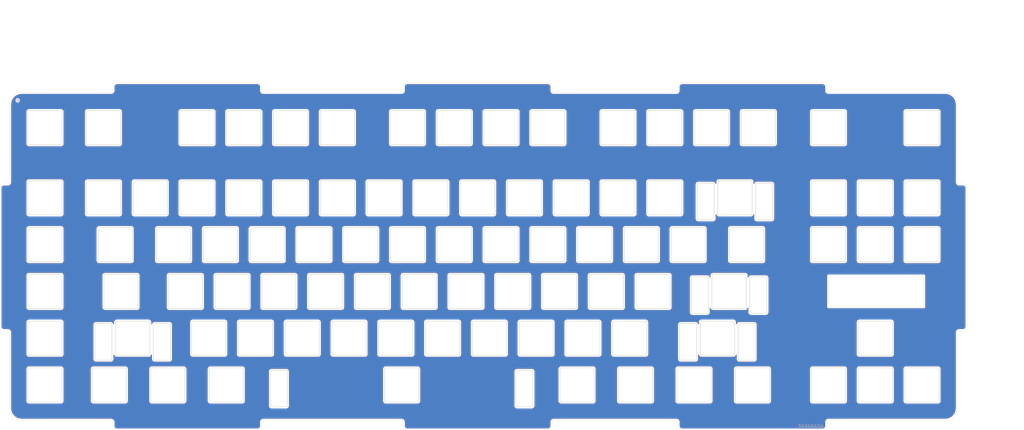
<source format=kicad_pcb>
(kicad_pcb (version 20171130) (host pcbnew "(5.1.10)-1")
  (layers (0 F.Cu signal) (31 B.Cu signal) (34 B.Paste user) (35 F.Paste user) (36 B.SilkS user) (37 F.SilkS user) (38 B.Mask user) (39 F.Mask user) (44 Edge.Cuts user))
  (net 0 "")
  (gr_text "JLCJLCJLCJLC\n" (at 405.5807 294.4627) (layer B.SilkS) (effects (font (size 1 1)) (justify mirror)))
  (gr_arc (start 239.5572 233.2022) (end 239.5572 232.7022) (angle -90) (layer Edge.Cuts) (width 0.2))
  (gr_arc (start 252.5572 233.2022) (end 253.0572 233.2022) (angle -90) (layer Edge.Cuts) (width 0.2))
  (gr_arc (start 220.5072 233.2022) (end 220.5072 232.7022) (angle -90) (layer Edge.Cuts) (width 0.2))
  (gr_line (start 253.0572 233.2022) (end 253.0572 246.2022) (layer Edge.Cuts) (width 0.2))
  (gr_arc (start 233.5072 246.2022) (end 233.5072 246.7022) (angle -90) (layer Edge.Cuts) (width 0.2))
  (gr_line (start 239.5572 232.7022) (end 252.5572 232.7022) (layer Edge.Cuts) (width 0.2))
  (gr_line (start 239.0572 233.2022) (end 239.0572 246.2022) (layer Edge.Cuts) (width 0.2))
  (gr_line (start 239.5572 246.7022) (end 252.5572 246.7022) (layer Edge.Cuts) (width 0.2))
  (gr_arc (start 220.5072 246.2022) (end 220.0072 246.2022) (angle -90) (layer Edge.Cuts) (width 0.2))
  (gr_arc (start 233.5072 233.2022) (end 234.0072 233.2022) (angle -90) (layer Edge.Cuts) (width 0.2))
  (gr_arc (start 191.91345 286.3022) (end 191.91345 286.8022) (angle -90) (layer Edge.Cuts) (width 0.2))
  (gr_line (start 303.85095 284.8022) (end 316.85095 284.8022) (layer Edge.Cuts) (width 0.2))
  (gr_line (start 303.35095 271.3022) (end 303.35095 284.3022) (layer Edge.Cuts) (width 0.2))
  (gr_line (start 150.66345 271.3022) (end 150.66345 284.3022) (layer Edge.Cuts) (width 0.2))
  (gr_line (start 303.85095 270.8022) (end 316.85095 270.8022) (layer Edge.Cuts) (width 0.2))
  (gr_line (start 86.6572 271.3022) (end 86.6572 284.3022) (layer Edge.Cuts) (width 0.2))
  (gr_line (start 137.16345 284.8022) (end 150.16345 284.8022) (layer Edge.Cuts) (width 0.2))
  (gr_arc (start 137.16345 271.3022) (end 137.16345 270.8022) (angle -90) (layer Edge.Cuts) (width 0.2))
  (gr_line (start 232.41345 270.8022) (end 245.41345 270.8022) (layer Edge.Cuts) (width 0.2))
  (gr_line (start 113.35095 270.8022) (end 126.35095 270.8022) (layer Edge.Cuts) (width 0.2))
  (gr_arc (start 137.16345 284.3022) (end 136.66345 284.3022) (angle -90) (layer Edge.Cuts) (width 0.2))
  (gr_arc (start 150.16345 271.3022) (end 150.66345 271.3022) (angle -90) (layer Edge.Cuts) (width 0.2))
  (gr_line (start 87.1572 284.8022) (end 100.157199 284.8022) (layer Edge.Cuts) (width 0.2))
  (gr_line (start 87.1572 270.8022) (end 100.157199 270.8022) (layer Edge.Cuts) (width 0.2))
  (gr_arc (start 438.2947 252.2522) (end 438.7947 252.2522) (angle -90) (layer Edge.Cuts) (width 0.2))
  (gr_line (start 136.66345 271.3022) (end 136.66345 284.3022) (layer Edge.Cuts) (width 0.2))
  (gr_line (start 160.97595 270.8022) (end 173.97595 270.8022) (layer Edge.Cuts) (width 0.2))
  (gr_arc (start 173.97595 284.3022) (end 173.97595 284.8022) (angle -90) (layer Edge.Cuts) (width 0.2))
  (gr_line (start 232.41345 284.8022) (end 245.41345 284.8022) (layer Edge.Cuts) (width 0.2))
  (gr_line (start 231.91345 271.3022) (end 231.91345 284.3022) (layer Edge.Cuts) (width 0.2))
  (gr_line (start 285.91345 286.8022) (end 291.91345 286.8022) (layer Edge.Cuts) (width 0.2))
  (gr_arc (start 285.91345 286.3022) (end 285.41345 286.3022) (angle -90) (layer Edge.Cuts) (width 0.2))
  (gr_arc (start 425.2947 252.2522) (end 425.2947 251.7522) (angle -90) (layer Edge.Cuts) (width 0.2))
  (gr_arc (start 425.2947 265.2522) (end 424.7947 265.2522) (angle -90) (layer Edge.Cuts) (width 0.2))
  (gr_line (start 100.657199 271.3022) (end 100.657199 284.3022) (layer Edge.Cuts) (width 0.2))
  (gr_line (start 137.16345 270.8022) (end 150.16345 270.8022) (layer Edge.Cuts) (width 0.2))
  (gr_line (start 160.47595 271.3022) (end 160.47595 284.3022) (layer Edge.Cuts) (width 0.2))
  (gr_arc (start 245.41345 271.3022) (end 245.91345 271.3022) (angle -90) (layer Edge.Cuts) (width 0.2))
  (gr_line (start 126.85095 271.3022) (end 126.85095 284.3022) (layer Edge.Cuts) (width 0.2))
  (gr_line (start 113.35095 284.8022) (end 126.35095 284.8022) (layer Edge.Cuts) (width 0.2))
  (gr_arc (start 126.35095 271.3022) (end 126.85095 271.3022) (angle -90) (layer Edge.Cuts) (width 0.2))
  (gr_arc (start 150.16345 284.3022) (end 150.16345 284.8022) (angle -90) (layer Edge.Cuts) (width 0.2))
  (gr_line (start 292.41345 272.3022) (end 292.41345 286.3022) (layer Edge.Cuts) (width 0.2))
  (gr_arc (start 113.35095 284.3022) (end 112.85095 284.3022) (angle -90) (layer Edge.Cuts) (width 0.2))
  (gr_arc (start 160.97595 271.3022) (end 160.97595 270.8022) (angle -90) (layer Edge.Cuts) (width 0.2))
  (gr_arc (start 291.91345 286.3022) (end 291.91345 286.8022) (angle -90) (layer Edge.Cuts) (width 0.2))
  (gr_arc (start 291.91345 272.3022) (end 292.41345 272.3022) (angle -90) (layer Edge.Cuts) (width 0.2))
  (gr_line (start 185.91345 271.8022) (end 191.91345 271.8022) (layer Edge.Cuts) (width 0.2))
  (gr_arc (start 100.157199 271.3022) (end 100.657199 271.3022) (angle -90) (layer Edge.Cuts) (width 0.2))
  (gr_arc (start 87.1572 284.3022) (end 86.6572 284.3022) (angle -90) (layer Edge.Cuts) (width 0.2))
  (gr_arc (start 232.41345 271.3022) (end 232.41345 270.8022) (angle -90) (layer Edge.Cuts) (width 0.2))
  (gr_line (start 438.7947 252.2522) (end 438.7947 265.2522) (layer Edge.Cuts) (width 0.2))
  (gr_arc (start 126.35095 284.3022) (end 126.35095 284.8022) (angle -90) (layer Edge.Cuts) (width 0.2))
  (gr_arc (start 285.91345 272.3022) (end 285.91345 271.8022) (angle -90) (layer Edge.Cuts) (width 0.2))
  (gr_arc (start 100.157199 284.3022) (end 100.157199 284.8022) (angle -90) (layer Edge.Cuts) (width 0.2))
  (gr_arc (start 245.41345 284.3022) (end 245.41345 284.8022) (angle -90) (layer Edge.Cuts) (width 0.2))
  (gr_line (start 185.41345 272.3022) (end 185.41345 286.3022) (layer Edge.Cuts) (width 0.2))
  (gr_line (start 112.85095 271.3022) (end 112.85095 284.3022) (layer Edge.Cuts) (width 0.2))
  (gr_arc (start 87.1572 271.3022) (end 87.1572 270.8022) (angle -90) (layer Edge.Cuts) (width 0.2))
  (gr_arc (start 113.35095 271.3022) (end 113.35095 270.8022) (angle -90) (layer Edge.Cuts) (width 0.2))
  (gr_line (start 174.47595 271.3022) (end 174.47595 284.3022) (layer Edge.Cuts) (width 0.2))
  (gr_arc (start 160.97595 284.3022) (end 160.47595 284.3022) (angle -90) (layer Edge.Cuts) (width 0.2))
  (gr_line (start 245.91345 271.3022) (end 245.91345 284.3022) (layer Edge.Cuts) (width 0.2))
  (gr_arc (start 232.41345 284.3022) (end 231.91345 284.3022) (angle -90) (layer Edge.Cuts) (width 0.2))
  (gr_line (start 285.91345 271.8022) (end 291.91345 271.8022) (layer Edge.Cuts) (width 0.2))
  (gr_line (start 160.97595 284.8022) (end 173.97595 284.8022) (layer Edge.Cuts) (width 0.2))
  (gr_line (start 285.41345 272.3022) (end 285.41345 286.3022) (layer Edge.Cuts) (width 0.2))
  (gr_arc (start 438.2947 265.2522) (end 438.2947 265.7522) (angle -90) (layer Edge.Cuts) (width 0.2))
  (gr_line (start 185.91345 286.8022) (end 191.91345 286.8022) (layer Edge.Cuts) (width 0.2))
  (gr_line (start 192.41345 272.3022) (end 192.41345 286.3022) (layer Edge.Cuts) (width 0.2))
  (gr_arc (start 185.91345 272.3022) (end 185.91345 271.8022) (angle -90) (layer Edge.Cuts) (width 0.2))
  (gr_arc (start 191.91345 272.3022) (end 192.41345 272.3022) (angle -90) (layer Edge.Cuts) (width 0.2))
  (gr_arc (start 185.91345 286.3022) (end 185.41345 286.3022) (angle -90) (layer Edge.Cuts) (width 0.2))
  (gr_arc (start 173.97595 271.3022) (end 174.47595 271.3022) (angle -90) (layer Edge.Cuts) (width 0.2))
  (gr_arc (start 425.2947 284.3022) (end 424.7947 284.3022) (angle -90) (layer Edge.Cuts) (width 0.2))
  (gr_arc (start 457.3447 271.3022) (end 457.8447 271.3022) (angle -90) (layer Edge.Cuts) (width 0.2))
  (gr_line (start 375.28845 284.8022) (end 388.28845 284.8022) (layer Edge.Cuts) (width 0.2))
  (gr_line (start 351.47595 270.8022) (end 364.47595 270.8022) (layer Edge.Cuts) (width 0.2))
  (gr_arc (start 316.85095 284.3022) (end 316.85095 284.8022) (angle -90) (layer Edge.Cuts) (width 0.2))
  (gr_arc (start 327.66345 284.3022) (end 327.16345 284.3022) (angle -90) (layer Edge.Cuts) (width 0.2))
  (gr_arc (start 364.47595 284.3022) (end 364.47595 284.8022) (angle -90) (layer Edge.Cuts) (width 0.2))
  (gr_arc (start 438.2947 271.3022) (end 438.7947 271.3022) (angle -90) (layer Edge.Cuts) (width 0.2))
  (gr_arc (start 340.66345 284.3022) (end 340.66345 284.8022) (angle -90) (layer Edge.Cuts) (width 0.2))
  (gr_arc (start 388.28845 284.3022) (end 388.28845 284.8022) (angle -90) (layer Edge.Cuts) (width 0.2))
  (gr_arc (start 375.28845 271.3022) (end 375.28845 270.8022) (angle -90) (layer Edge.Cuts) (width 0.2))
  (gr_arc (start 340.66345 271.3022) (end 341.16345 271.3022) (angle -90) (layer Edge.Cuts) (width 0.2))
  (gr_line (start 425.2947 270.8022) (end 438.2947 270.8022) (layer Edge.Cuts) (width 0.2))
  (gr_arc (start 444.3447 271.3022) (end 444.3447 270.8022) (angle -90) (layer Edge.Cuts) (width 0.2))
  (gr_line (start 375.28845 270.8022) (end 388.28845 270.8022) (layer Edge.Cuts) (width 0.2))
  (gr_line (start 405.7447 271.3022) (end 405.7447 284.3022) (layer Edge.Cuts) (width 0.2))
  (gr_arc (start 375.28845 284.3022) (end 374.78845 284.3022) (angle -90) (layer Edge.Cuts) (width 0.2))
  (gr_line (start 457.8447 271.3022) (end 457.8447 284.3022) (layer Edge.Cuts) (width 0.2))
  (gr_line (start 327.66345 284.8022) (end 340.66345 284.8022) (layer Edge.Cuts) (width 0.2))
  (gr_line (start 374.78845 271.3022) (end 374.78845 284.3022) (layer Edge.Cuts) (width 0.2))
  (gr_line (start 438.7947 271.3022) (end 438.7947 284.3022) (layer Edge.Cuts) (width 0.2))
  (gr_arc (start 406.2447 271.3022) (end 406.2447 270.8022) (angle -90) (layer Edge.Cuts) (width 0.2))
  (gr_line (start 327.16345 271.3022) (end 327.16345 284.3022) (layer Edge.Cuts) (width 0.2))
  (gr_arc (start 327.66345 271.3022) (end 327.66345 270.8022) (angle -90) (layer Edge.Cuts) (width 0.2))
  (gr_line (start 443.8447 271.3022) (end 443.8447 284.3022) (layer Edge.Cuts) (width 0.2))
  (gr_arc (start 419.2447 284.3022) (end 419.2447 284.8022) (angle -90) (layer Edge.Cuts) (width 0.2))
  (gr_line (start 444.3447 284.8022) (end 457.3447 284.8022) (layer Edge.Cuts) (width 0.2))
  (gr_arc (start 351.47595 271.3022) (end 351.47595 270.8022) (angle -90) (layer Edge.Cuts) (width 0.2))
  (gr_line (start 317.35095 271.3022) (end 317.35095 284.3022) (layer Edge.Cuts) (width 0.2))
  (gr_line (start 327.66345 270.8022) (end 340.66345 270.8022) (layer Edge.Cuts) (width 0.2))
  (gr_arc (start 316.85095 271.3022) (end 317.35095 271.3022) (angle -90) (layer Edge.Cuts) (width 0.2))
  (gr_line (start 341.16345 271.3022) (end 341.16345 284.3022) (layer Edge.Cuts) (width 0.2))
  (gr_line (start 406.2447 270.8022) (end 419.2447 270.8022) (layer Edge.Cuts) (width 0.2))
  (gr_line (start 425.2947 284.8022) (end 438.2947 284.8022) (layer Edge.Cuts) (width 0.2))
  (gr_line (start 364.97595 271.3022) (end 364.97595 284.3022) (layer Edge.Cuts) (width 0.2))
  (gr_arc (start 425.2947 271.3022) (end 425.2947 270.8022) (angle -90) (layer Edge.Cuts) (width 0.2))
  (gr_line (start 419.7447 271.3022) (end 419.7447 284.3022) (layer Edge.Cuts) (width 0.2))
  (gr_arc (start 419.2447 271.3022) (end 419.7447 271.3022) (angle -90) (layer Edge.Cuts) (width 0.2))
  (gr_line (start 406.2447 284.8022) (end 419.2447 284.8022) (layer Edge.Cuts) (width 0.2))
  (gr_arc (start 438.2947 284.3022) (end 438.2947 284.8022) (angle -90) (layer Edge.Cuts) (width 0.2))
  (gr_arc (start 388.28845 271.3022) (end 388.78845 271.3022) (angle -90) (layer Edge.Cuts) (width 0.2))
  (gr_line (start 424.7947 271.3022) (end 424.7947 284.3022) (layer Edge.Cuts) (width 0.2))
  (gr_line (start 444.3447 270.8022) (end 457.3447 270.8022) (layer Edge.Cuts) (width 0.2))
  (gr_line (start 350.97595 271.3022) (end 350.97595 284.3022) (layer Edge.Cuts) (width 0.2))
  (gr_line (start 351.47595 284.8022) (end 364.47595 284.8022) (layer Edge.Cuts) (width 0.2))
  (gr_arc (start 351.47595 284.3022) (end 350.97595 284.3022) (angle -90) (layer Edge.Cuts) (width 0.2))
  (gr_line (start 388.78845 271.3022) (end 388.78845 284.3022) (layer Edge.Cuts) (width 0.2))
  (gr_arc (start 457.3447 284.3022) (end 457.3447 284.8022) (angle -90) (layer Edge.Cuts) (width 0.2))
  (gr_arc (start 303.85095 271.3022) (end 303.85095 270.8022) (angle -90) (layer Edge.Cuts) (width 0.2))
  (gr_arc (start 406.2447 284.3022) (end 405.7447 284.3022) (angle -90) (layer Edge.Cuts) (width 0.2))
  (gr_arc (start 303.85095 284.3022) (end 303.35095 284.3022) (angle -90) (layer Edge.Cuts) (width 0.2))
  (gr_arc (start 444.3447 284.3022) (end 443.8447 284.3022) (angle -90) (layer Edge.Cuts) (width 0.2))
  (gr_arc (start 364.47595 271.3022) (end 364.97595 271.3022) (angle -90) (layer Edge.Cuts) (width 0.2))
  (gr_arc (start 195.4072 233.2022) (end 195.9072 233.2022) (angle -90) (layer Edge.Cuts) (width 0.2))
  (gr_arc (start 201.4572 233.2022) (end 201.4572 232.7022) (angle -90) (layer Edge.Cuts) (width 0.2))
  (gr_arc (start 182.4072 246.2022) (end 181.9072 246.2022) (angle -90) (layer Edge.Cuts) (width 0.2))
  (gr_arc (start 214.457199 246.2022) (end 214.457199 246.7022) (angle -90) (layer Edge.Cuts) (width 0.2))
  (gr_arc (start 214.457199 233.2022) (end 214.957199 233.2022) (angle -90) (layer Edge.Cuts) (width 0.2))
  (gr_line (start 220.5072 232.7022) (end 233.5072 232.7022) (layer Edge.Cuts) (width 0.2))
  (gr_line (start 220.5072 246.7022) (end 233.5072 246.7022) (layer Edge.Cuts) (width 0.2))
  (gr_line (start 220.0072 233.2022) (end 220.0072 246.2022) (layer Edge.Cuts) (width 0.2))
  (gr_line (start 234.0072 233.2022) (end 234.0072 246.2022) (layer Edge.Cuts) (width 0.2))
  (gr_line (start 195.9072 233.2022) (end 195.9072 246.2022) (layer Edge.Cuts) (width 0.2))
  (gr_arc (start 195.4072 246.2022) (end 195.4072 246.7022) (angle -90) (layer Edge.Cuts) (width 0.2))
  (gr_line (start 201.4572 232.7022) (end 214.457199 232.7022) (layer Edge.Cuts) (width 0.2))
  (gr_line (start 201.4572 246.7022) (end 214.457199 246.7022) (layer Edge.Cuts) (width 0.2))
  (gr_arc (start 182.4072 233.2022) (end 182.4072 232.7022) (angle -90) (layer Edge.Cuts) (width 0.2))
  (gr_line (start 214.957199 233.2022) (end 214.957199 246.2022) (layer Edge.Cuts) (width 0.2))
  (gr_line (start 200.9572 233.2022) (end 200.9572 246.2022) (layer Edge.Cuts) (width 0.2))
  (gr_arc (start 201.4572 246.2022) (end 200.9572 246.2022) (angle -90) (layer Edge.Cuts) (width 0.2))
  (gr_line (start 310.2072 233.2022) (end 310.2072 246.2022) (layer Edge.Cuts) (width 0.2))
  (gr_line (start 315.7572 246.7022) (end 328.7572 246.7022) (layer Edge.Cuts) (width 0.2))
  (gr_line (start 348.3072 233.2022) (end 348.3072 246.2022) (layer Edge.Cuts) (width 0.2))
  (gr_arc (start 277.6572 246.2022) (end 277.1572 246.2022) (angle -90) (layer Edge.Cuts) (width 0.2))
  (gr_arc (start 296.7072 233.2022) (end 296.7072 232.7022) (angle -90) (layer Edge.Cuts) (width 0.2))
  (gr_arc (start 334.8072 233.2022) (end 334.8072 232.7022) (angle -90) (layer Edge.Cuts) (width 0.2))
  (gr_line (start 329.2572 233.2022) (end 329.2572 246.2022) (layer Edge.Cuts) (width 0.2))
  (gr_arc (start 258.6072 246.2022) (end 258.1072 246.2022) (angle -90) (layer Edge.Cuts) (width 0.2))
  (gr_arc (start 309.7072 233.2022) (end 310.2072 233.2022) (angle -90) (layer Edge.Cuts) (width 0.2))
  (gr_arc (start 365.76345 233.2022) (end 365.76345 232.7022) (angle -90) (layer Edge.Cuts) (width 0.2))
  (gr_arc (start 365.76345 246.2022) (end 365.26345 246.2022) (angle -90) (layer Edge.Cuts) (width 0.2))
  (gr_line (start 296.7072 232.7022) (end 309.7072 232.7022) (layer Edge.Cuts) (width 0.2))
  (gr_line (start 380.70145 234.2022) (end 380.70145 248.2022) (layer Edge.Cuts) (width 0.2))
  (gr_arc (start 315.7572 246.2022) (end 315.2572 246.2022) (angle -90) (layer Edge.Cuts) (width 0.2))
  (gr_arc (start 290.6572 246.2022) (end 290.6572 246.7022) (angle -90) (layer Edge.Cuts) (width 0.2))
  (gr_line (start 379.26345 233.2022) (end 379.26345 246.2022) (layer Edge.Cuts) (width 0.2))
  (gr_arc (start 378.76345 233.2022) (end 379.26345 233.2022) (angle -90) (layer Edge.Cuts) (width 0.2))
  (gr_arc (start 387.20145 234.2022) (end 387.70145 234.2022) (angle -90) (layer Edge.Cuts) (width 0.2))
  (gr_line (start 356.82545 234.2022) (end 356.82545 248.2022) (layer Edge.Cuts) (width 0.2))
  (gr_arc (start 290.6572 233.2022) (end 291.1572 233.2022) (angle -90) (layer Edge.Cuts) (width 0.2))
  (gr_line (start 365.76345 232.7022) (end 378.76345 232.7022) (layer Edge.Cuts) (width 0.2))
  (gr_line (start 277.1572 233.2022) (end 277.1572 246.2022) (layer Edge.Cuts) (width 0.2))
  (gr_line (start 291.1572 233.2022) (end 291.1572 246.2022) (layer Edge.Cuts) (width 0.2))
  (gr_arc (start 277.6572 233.2022) (end 277.6572 232.7022) (angle -90) (layer Edge.Cuts) (width 0.2))
  (gr_arc (start 381.20145 248.2022) (end 380.70145 248.2022) (angle -90) (layer Edge.Cuts) (width 0.2))
  (gr_arc (start 357.32545 234.2022) (end 357.32545 233.7022) (angle -90) (layer Edge.Cuts) (width 0.2))
  (gr_line (start 100.657199 252.2522) (end 100.657199 265.2522) (layer Edge.Cuts) (width 0.2))
  (gr_arc (start 87.1572 252.2522) (end 87.1572 251.7522) (angle -90) (layer Edge.Cuts) (width 0.2))
  (gr_arc (start 100.157199 252.2522) (end 100.657199 252.2522) (angle -90) (layer Edge.Cuts) (width 0.2))
  (gr_line (start 334.3072 233.2022) (end 334.3072 246.2022) (layer Edge.Cuts) (width 0.2))
  (gr_arc (start 334.8072 246.2022) (end 334.3072 246.2022) (angle -90) (layer Edge.Cuts) (width 0.2))
  (gr_line (start 363.82545 234.2022) (end 363.82545 248.2022) (layer Edge.Cuts) (width 0.2))
  (gr_line (start 296.2072 233.2022) (end 296.2072 246.2022) (layer Edge.Cuts) (width 0.2))
  (gr_arc (start 363.32545 248.2022) (end 363.32545 248.7022) (angle -90) (layer Edge.Cuts) (width 0.2))
  (gr_line (start 334.8072 232.7022) (end 347.8072 232.7022) (layer Edge.Cuts) (width 0.2))
  (gr_arc (start 357.32545 248.2022) (end 356.82545 248.2022) (angle -90) (layer Edge.Cuts) (width 0.2))
  (gr_line (start 315.7572 232.7022) (end 328.7572 232.7022) (layer Edge.Cuts) (width 0.2))
  (gr_line (start 315.2572 233.2022) (end 315.2572 246.2022) (layer Edge.Cuts) (width 0.2))
  (gr_arc (start 347.8072 246.2022) (end 347.8072 246.7022) (angle -90) (layer Edge.Cuts) (width 0.2))
  (gr_arc (start 347.8072 233.2022) (end 348.3072 233.2022) (angle -90) (layer Edge.Cuts) (width 0.2))
  (gr_line (start 334.8072 246.7022) (end 347.8072 246.7022) (layer Edge.Cuts) (width 0.2))
  (gr_arc (start 296.7072 246.2022) (end 296.2072 246.2022) (angle -90) (layer Edge.Cuts) (width 0.2))
  (gr_line (start 365.76345 246.7022) (end 378.76345 246.7022) (layer Edge.Cuts) (width 0.2))
  (gr_line (start 365.26345 233.2022) (end 365.26345 246.2022) (layer Edge.Cuts) (width 0.2))
  (gr_line (start 277.6572 246.7022) (end 290.6572 246.7022) (layer Edge.Cuts) (width 0.2))
  (gr_line (start 381.20145 248.7022) (end 387.20145 248.7022) (layer Edge.Cuts) (width 0.2))
  (gr_line (start 387.70145 234.2022) (end 387.70145 248.2022) (layer Edge.Cuts) (width 0.2))
  (gr_arc (start 328.7572 246.2022) (end 328.7572 246.7022) (angle -90) (layer Edge.Cuts) (width 0.2))
  (gr_arc (start 328.7572 233.2022) (end 329.2572 233.2022) (angle -90) (layer Edge.Cuts) (width 0.2))
  (gr_arc (start 378.76345 246.2022) (end 378.76345 246.7022) (angle -90) (layer Edge.Cuts) (width 0.2))
  (gr_line (start 381.20145 233.7022) (end 387.20145 233.7022) (layer Edge.Cuts) (width 0.2))
  (gr_arc (start 381.20145 234.2022) (end 381.20145 233.7022) (angle -90) (layer Edge.Cuts) (width 0.2))
  (gr_arc (start 387.20145 248.2022) (end 387.20145 248.7022) (angle -90) (layer Edge.Cuts) (width 0.2))
  (gr_line (start 357.32545 233.7022) (end 363.32545 233.7022) (layer Edge.Cuts) (width 0.2))
  (gr_line (start 357.32545 248.7022) (end 363.32545 248.7022) (layer Edge.Cuts) (width 0.2))
  (gr_arc (start 315.7572 233.2022) (end 315.7572 232.7022) (angle -90) (layer Edge.Cuts) (width 0.2))
  (gr_arc (start 363.32545 234.2022) (end 363.82545 234.2022) (angle -90) (layer Edge.Cuts) (width 0.2))
  (gr_line (start 87.1572 251.7522) (end 100.157199 251.7522) (layer Edge.Cuts) (width 0.2))
  (gr_line (start 87.1572 265.7522) (end 100.157199 265.7522) (layer Edge.Cuts) (width 0.2))
  (gr_line (start 296.7072 246.7022) (end 309.7072 246.7022) (layer Edge.Cuts) (width 0.2))
  (gr_line (start 86.6572 252.2522) (end 86.6572 265.2522) (layer Edge.Cuts) (width 0.2))
  (gr_arc (start 271.6072 246.2022) (end 271.6072 246.7022) (angle -90) (layer Edge.Cuts) (width 0.2))
  (gr_arc (start 309.7072 246.2022) (end 309.7072 246.7022) (angle -90) (layer Edge.Cuts) (width 0.2))
  (gr_line (start 277.6572 232.7022) (end 290.6572 232.7022) (layer Edge.Cuts) (width 0.2))
  (gr_arc (start 204.9322 265.2522) (end 204.9322 265.7522) (angle -90) (layer Edge.Cuts) (width 0.2))
  (gr_arc (start 87.1572 265.2522) (end 86.6572 265.2522) (angle -90) (layer Edge.Cuts) (width 0.2))
  (gr_arc (start 230.0322 252.2522) (end 230.0322 251.7522) (angle -90) (layer Edge.Cuts) (width 0.2))
  (gr_line (start 153.8322 265.7522) (end 166.8322 265.7522) (layer Edge.Cuts) (width 0.2))
  (gr_arc (start 243.0322 252.2522) (end 243.5322 252.2522) (angle -90) (layer Edge.Cuts) (width 0.2))
  (gr_line (start 138.31395 252.7522) (end 144.31395 252.7522) (layer Edge.Cuts) (width 0.2))
  (gr_arc (start 120.437949 267.2522) (end 120.437949 267.7522) (angle -90) (layer Edge.Cuts) (width 0.2))
  (gr_line (start 153.3322 252.2522) (end 153.3322 265.2522) (layer Edge.Cuts) (width 0.2))
  (gr_arc (start 172.8822 265.2522) (end 172.3822 265.2522) (angle -90) (layer Edge.Cuts) (width 0.2))
  (gr_arc (start 138.31395 267.2522) (end 137.81395 267.2522) (angle -90) (layer Edge.Cuts) (width 0.2))
  (gr_arc (start 153.8322 252.2522) (end 153.8322 251.7522) (angle -90) (layer Edge.Cuts) (width 0.2))
  (gr_line (start 167.3322 252.2522) (end 167.3322 265.2522) (layer Edge.Cuts) (width 0.2))
  (gr_line (start 122.37595 252.2522) (end 122.37595 265.2522) (layer Edge.Cuts) (width 0.2))
  (gr_arc (start 122.87595 265.2522) (end 122.37595 265.2522) (angle -90) (layer Edge.Cuts) (width 0.2))
  (gr_arc (start 135.87595 265.2522) (end 135.87595 265.7522) (angle -90) (layer Edge.Cuts) (width 0.2))
  (gr_line (start 153.8322 251.7522) (end 166.8322 251.7522) (layer Edge.Cuts) (width 0.2))
  (gr_arc (start 153.8322 265.2522) (end 153.3322 265.2522) (angle -90) (layer Edge.Cuts) (width 0.2))
  (gr_arc (start 185.8822 252.2522) (end 186.3822 252.2522) (angle -90) (layer Edge.Cuts) (width 0.2))
  (gr_arc (start 185.8822 265.2522) (end 185.8822 265.7522) (angle -90) (layer Edge.Cuts) (width 0.2))
  (gr_line (start 191.9322 251.7522) (end 204.9322 251.7522) (layer Edge.Cuts) (width 0.2))
  (gr_arc (start 210.9822 252.2522) (end 210.9822 251.7522) (angle -90) (layer Edge.Cuts) (width 0.2))
  (gr_arc (start 223.9822 252.2522) (end 224.4822 252.2522) (angle -90) (layer Edge.Cuts) (width 0.2))
  (gr_arc (start 122.87595 252.2522) (end 122.87595 251.7522) (angle -90) (layer Edge.Cuts) (width 0.2))
  (gr_arc (start 210.9822 265.2522) (end 210.4822 265.2522) (angle -90) (layer Edge.Cuts) (width 0.2))
  (gr_line (start 138.31395 267.7522) (end 144.31395 267.7522) (layer Edge.Cuts) (width 0.2))
  (gr_arc (start 114.43795 267.2522) (end 113.93795 267.2522) (angle -90) (layer Edge.Cuts) (width 0.2))
  (gr_line (start 172.8822 251.7522) (end 185.8822 251.7522) (layer Edge.Cuts) (width 0.2))
  (gr_line (start 230.0322 251.7522) (end 243.0322 251.7522) (layer Edge.Cuts) (width 0.2))
  (gr_line (start 114.43795 267.7522) (end 120.437949 267.7522) (layer Edge.Cuts) (width 0.2))
  (gr_arc (start 100.157199 265.2522) (end 100.157199 265.7522) (angle -90) (layer Edge.Cuts) (width 0.2))
  (gr_line (start 122.87595 251.7522) (end 135.87595 251.7522) (layer Edge.Cuts) (width 0.2))
  (gr_line (start 136.37595 252.2522) (end 136.37595 265.2522) (layer Edge.Cuts) (width 0.2))
  (gr_arc (start 144.31395 267.2522) (end 144.31395 267.7522) (angle -90) (layer Edge.Cuts) (width 0.2))
  (gr_line (start 120.937949 253.2522) (end 120.937949 267.2522) (layer Edge.Cuts) (width 0.2))
  (gr_arc (start 114.43795 253.2522) (end 114.43795 252.7522) (angle -90) (layer Edge.Cuts) (width 0.2))
  (gr_arc (start 166.8322 252.2522) (end 167.3322 252.2522) (angle -90) (layer Edge.Cuts) (width 0.2))
  (gr_line (start 172.3822 252.2522) (end 172.3822 265.2522) (layer Edge.Cuts) (width 0.2))
  (gr_arc (start 191.9322 252.2522) (end 191.9322 251.7522) (angle -90) (layer Edge.Cuts) (width 0.2))
  (gr_line (start 144.81395 253.2522) (end 144.81395 267.2522) (layer Edge.Cuts) (width 0.2))
  (gr_arc (start 138.31395 253.2522) (end 138.31395 252.7522) (angle -90) (layer Edge.Cuts) (width 0.2))
  (gr_arc (start 204.9322 252.2522) (end 205.4322 252.2522) (angle -90) (layer Edge.Cuts) (width 0.2))
  (gr_arc (start 120.437949 253.2522) (end 120.937949 253.2522) (angle -90) (layer Edge.Cuts) (width 0.2))
  (gr_arc (start 191.9322 265.2522) (end 191.4322 265.2522) (angle -90) (layer Edge.Cuts) (width 0.2))
  (gr_line (start 210.9822 265.7522) (end 223.9822 265.7522) (layer Edge.Cuts) (width 0.2))
  (gr_arc (start 144.31395 253.2522) (end 144.81395 253.2522) (angle -90) (layer Edge.Cuts) (width 0.2))
  (gr_line (start 210.4822 252.2522) (end 210.4822 265.2522) (layer Edge.Cuts) (width 0.2))
  (gr_line (start 224.4822 252.2522) (end 224.4822 265.2522) (layer Edge.Cuts) (width 0.2))
  (gr_line (start 114.43795 252.7522) (end 120.437949 252.7522) (layer Edge.Cuts) (width 0.2))
  (gr_line (start 137.81395 253.2522) (end 137.81395 267.2522) (layer Edge.Cuts) (width 0.2))
  (gr_line (start 113.93795 253.2522) (end 113.93795 267.2522) (layer Edge.Cuts) (width 0.2))
  (gr_line (start 172.8822 265.7522) (end 185.8822 265.7522) (layer Edge.Cuts) (width 0.2))
  (gr_arc (start 172.8822 252.2522) (end 172.8822 251.7522) (angle -90) (layer Edge.Cuts) (width 0.2))
  (gr_line (start 191.9322 265.7522) (end 204.9322 265.7522) (layer Edge.Cuts) (width 0.2))
  (gr_line (start 205.4322 252.2522) (end 205.4322 265.2522) (layer Edge.Cuts) (width 0.2))
  (gr_line (start 230.0322 265.7522) (end 243.0322 265.7522) (layer Edge.Cuts) (width 0.2))
  (gr_arc (start 166.8322 265.2522) (end 166.8322 265.7522) (angle -90) (layer Edge.Cuts) (width 0.2))
  (gr_line (start 229.5322 252.2522) (end 229.5322 265.2522) (layer Edge.Cuts) (width 0.2))
  (gr_arc (start 135.87595 252.2522) (end 136.37595 252.2522) (angle -90) (layer Edge.Cuts) (width 0.2))
  (gr_arc (start 223.9822 265.2522) (end 223.9822 265.7522) (angle -90) (layer Edge.Cuts) (width 0.2))
  (gr_line (start 243.5322 252.2522) (end 243.5322 265.2522) (layer Edge.Cuts) (width 0.2))
  (gr_line (start 210.9822 251.7522) (end 223.9822 251.7522) (layer Edge.Cuts) (width 0.2))
  (gr_line (start 191.4322 252.2522) (end 191.4322 265.2522) (layer Edge.Cuts) (width 0.2))
  (gr_line (start 122.87595 265.7522) (end 135.87595 265.7522) (layer Edge.Cuts) (width 0.2))
  (gr_line (start 186.3822 252.2522) (end 186.3822 265.2522) (layer Edge.Cuts) (width 0.2))
  (gr_arc (start 281.1322 252.2522) (end 281.6322 252.2522) (angle -90) (layer Edge.Cuts) (width 0.2))
  (gr_line (start 352.56295 252.7522) (end 358.56295 252.7522) (layer Edge.Cuts) (width 0.2))
  (gr_line (start 352.06295 253.2522) (end 352.06295 267.2522) (layer Edge.Cuts) (width 0.2))
  (gr_arc (start 268.1322 265.2522) (end 267.6322 265.2522) (angle -90) (layer Edge.Cuts) (width 0.2))
  (gr_arc (start 306.2322 265.2522) (end 305.7322 265.2522) (angle -90) (layer Edge.Cuts) (width 0.2))
  (gr_arc (start 300.1822 252.2522) (end 300.6822 252.2522) (angle -90) (layer Edge.Cuts) (width 0.2))
  (gr_arc (start 306.2322 252.2522) (end 306.2322 251.7522) (angle -90) (layer Edge.Cuts) (width 0.2))
  (gr_arc (start 338.2822 252.2522) (end 338.7822 252.2522) (angle -90) (layer Edge.Cuts) (width 0.2))
  (gr_arc (start 243.0322 265.2522) (end 243.0322 265.7522) (angle -90) (layer Edge.Cuts) (width 0.2))
  (gr_arc (start 319.2322 252.2522) (end 319.7322 252.2522) (angle -90) (layer Edge.Cuts) (width 0.2))
  (gr_arc (start 338.2822 265.2522) (end 338.2822 265.7522) (angle -90) (layer Edge.Cuts) (width 0.2))
  (gr_arc (start 249.0822 252.2522) (end 249.0822 251.7522) (angle -90) (layer Edge.Cuts) (width 0.2))
  (gr_line (start 268.1322 251.7522) (end 281.1322 251.7522) (layer Edge.Cuts) (width 0.2))
  (gr_line (start 319.7322 252.2522) (end 319.7322 265.2522) (layer Edge.Cuts) (width 0.2))
  (gr_line (start 360.50095 252.2522) (end 360.50095 265.2522) (layer Edge.Cuts) (width 0.2))
  (gr_arc (start 325.2822 265.2522) (end 324.7822 265.2522) (angle -90) (layer Edge.Cuts) (width 0.2))
  (gr_arc (start 374.00095 252.2522) (end 374.50095 252.2522) (angle -90) (layer Edge.Cuts) (width 0.2))
  (gr_line (start 376.43895 252.7522) (end 382.43895 252.7522) (layer Edge.Cuts) (width 0.2))
  (gr_arc (start 376.43895 267.2522) (end 375.93895 267.2522) (angle -90) (layer Edge.Cuts) (width 0.2))
  (gr_line (start 359.06295 253.2522) (end 359.06295 267.2522) (layer Edge.Cuts) (width 0.2))
  (gr_arc (start 361.00095 252.2522) (end 361.00095 251.7522) (angle -90) (layer Edge.Cuts) (width 0.2))
  (gr_arc (start 352.56295 253.2522) (end 352.56295 252.7522) (angle -90) (layer Edge.Cuts) (width 0.2))
  (gr_arc (start 300.1822 265.2522) (end 300.1822 265.7522) (angle -90) (layer Edge.Cuts) (width 0.2))
  (gr_line (start 361.00095 251.7522) (end 374.00095 251.7522) (layer Edge.Cuts) (width 0.2))
  (gr_line (start 249.0822 265.7522) (end 262.0822 265.7522) (layer Edge.Cuts) (width 0.2))
  (gr_arc (start 262.0822 252.2522) (end 262.5822 252.2522) (angle -90) (layer Edge.Cuts) (width 0.2))
  (gr_line (start 375.93895 253.2522) (end 375.93895 267.2522) (layer Edge.Cuts) (width 0.2))
  (gr_line (start 352.56295 267.7522) (end 358.56295 267.7522) (layer Edge.Cuts) (width 0.2))
  (gr_arc (start 358.56295 253.2522) (end 359.06295 253.2522) (angle -90) (layer Edge.Cuts) (width 0.2))
  (gr_line (start 268.1322 265.7522) (end 281.1322 265.7522) (layer Edge.Cuts) (width 0.2))
  (gr_arc (start 249.0822 265.2522) (end 248.5822 265.2522) (angle -90) (layer Edge.Cuts) (width 0.2))
  (gr_line (start 306.2322 251.7522) (end 319.2322 251.7522) (layer Edge.Cuts) (width 0.2))
  (gr_line (start 305.7322 252.2522) (end 305.7322 265.2522) (layer Edge.Cuts) (width 0.2))
  (gr_arc (start 382.43895 253.2522) (end 382.93895 253.2522) (angle -90) (layer Edge.Cuts) (width 0.2))
  (gr_line (start 324.7822 252.2522) (end 324.7822 265.2522) (layer Edge.Cuts) (width 0.2))
  (gr_line (start 287.1822 265.7522) (end 300.1822 265.7522) (layer Edge.Cuts) (width 0.2))
  (gr_line (start 262.5822 252.2522) (end 262.5822 265.2522) (layer Edge.Cuts) (width 0.2))
  (gr_arc (start 281.1322 265.2522) (end 281.1322 265.7522) (angle -90) (layer Edge.Cuts) (width 0.2))
  (gr_line (start 267.6322 252.2522) (end 267.6322 265.2522) (layer Edge.Cuts) (width 0.2))
  (gr_line (start 281.6322 252.2522) (end 281.6322 265.2522) (layer Edge.Cuts) (width 0.2))
  (gr_line (start 287.1822 251.7522) (end 300.1822 251.7522) (layer Edge.Cuts) (width 0.2))
  (gr_line (start 300.6822 252.2522) (end 300.6822 265.2522) (layer Edge.Cuts) (width 0.2))
  (gr_line (start 248.5822 252.2522) (end 248.5822 265.2522) (layer Edge.Cuts) (width 0.2))
  (gr_arc (start 287.1822 265.2522) (end 286.6822 265.2522) (angle -90) (layer Edge.Cuts) (width 0.2))
  (gr_line (start 306.2322 265.7522) (end 319.2322 265.7522) (layer Edge.Cuts) (width 0.2))
  (gr_line (start 325.2822 265.7522) (end 338.2822 265.7522) (layer Edge.Cuts) (width 0.2))
  (gr_arc (start 361.00095 265.2522) (end 360.50095 265.2522) (angle -90) (layer Edge.Cuts) (width 0.2))
  (gr_line (start 249.0822 251.7522) (end 262.0822 251.7522) (layer Edge.Cuts) (width 0.2))
  (gr_arc (start 268.1322 252.2522) (end 268.1322 251.7522) (angle -90) (layer Edge.Cuts) (width 0.2))
  (gr_line (start 374.50095 252.2522) (end 374.50095 265.2522) (layer Edge.Cuts) (width 0.2))
  (gr_line (start 325.2822 251.7522) (end 338.2822 251.7522) (layer Edge.Cuts) (width 0.2))
  (gr_arc (start 319.2322 265.2522) (end 319.2322 265.7522) (angle -90) (layer Edge.Cuts) (width 0.2))
  (gr_arc (start 230.0322 265.2522) (end 229.5322 265.2522) (angle -90) (layer Edge.Cuts) (width 0.2))
  (gr_arc (start 325.2822 252.2522) (end 325.2822 251.7522) (angle -90) (layer Edge.Cuts) (width 0.2))
  (gr_line (start 361.00095 265.7522) (end 374.00095 265.7522) (layer Edge.Cuts) (width 0.2))
  (gr_line (start 286.6822 252.2522) (end 286.6822 265.2522) (layer Edge.Cuts) (width 0.2))
  (gr_arc (start 374.00095 265.2522) (end 374.00095 265.7522) (angle -90) (layer Edge.Cuts) (width 0.2))
  (gr_arc (start 262.0822 265.2522) (end 262.0822 265.7522) (angle -90) (layer Edge.Cuts) (width 0.2))
  (gr_arc (start 287.1822 252.2522) (end 287.1822 251.7522) (angle -90) (layer Edge.Cuts) (width 0.2))
  (gr_line (start 376.43895 267.7522) (end 382.43895 267.7522) (layer Edge.Cuts) (width 0.2))
  (gr_line (start 382.93895 253.2522) (end 382.93895 267.2522) (layer Edge.Cuts) (width 0.2))
  (gr_line (start 338.7822 252.2522) (end 338.7822 265.2522) (layer Edge.Cuts) (width 0.2))
  (gr_arc (start 376.43895 253.2522) (end 376.43895 252.7522) (angle -90) (layer Edge.Cuts) (width 0.2))
  (gr_arc (start 382.43895 267.2522) (end 382.43895 267.7522) (angle -90) (layer Edge.Cuts) (width 0.2))
  (gr_line (start 424.7947 252.2522) (end 424.7947 265.2522) (layer Edge.Cuts) (width 0.2))
  (gr_line (start 425.2947 265.7522) (end 438.2947 265.7522) (layer Edge.Cuts) (width 0.2))
  (gr_arc (start 352.56295 267.2522) (end 352.06295 267.2522) (angle -90) (layer Edge.Cuts) (width 0.2))
  (gr_arc (start 358.56295 267.2522) (end 358.56295 267.7522) (angle -90) (layer Edge.Cuts) (width 0.2))
  (gr_line (start 425.2947 251.7522) (end 438.2947 251.7522) (layer Edge.Cuts) (width 0.2))
  (gr_line (start 258.1072 233.2022) (end 258.1072 246.2022) (layer Edge.Cuts) (width 0.2))
  (gr_arc (start 239.5572 246.2022) (end 239.0572 246.2022) (angle -90) (layer Edge.Cuts) (width 0.2))
  (gr_arc (start 258.6072 233.2022) (end 258.6072 232.7022) (angle -90) (layer Edge.Cuts) (width 0.2))
  (gr_line (start 258.6072 246.7022) (end 271.6072 246.7022) (layer Edge.Cuts) (width 0.2))
  (gr_arc (start 252.5572 246.2022) (end 252.5572 246.7022) (angle -90) (layer Edge.Cuts) (width 0.2))
  (gr_line (start 258.6072 232.7022) (end 271.6072 232.7022) (layer Edge.Cuts) (width 0.2))
  (gr_arc (start 271.6072 233.2022) (end 272.1072 233.2022) (angle -90) (layer Edge.Cuts) (width 0.2))
  (gr_line (start 272.1072 233.2022) (end 272.1072 246.2022) (layer Edge.Cuts) (width 0.2))
  (gr_arc (start 272.8947 166.5272) (end 272.8947 166.0272) (angle -90) (layer Edge.Cuts) (width 0.2))
  (gr_arc (start 266.8447 166.5272) (end 267.3447 166.5272) (angle -90) (layer Edge.Cuts) (width 0.2))
  (gr_arc (start 266.8447 179.527199) (end 266.8447 180.027199) (angle -90) (layer Edge.Cuts) (width 0.2))
  (gr_arc (start 285.8947 166.5272) (end 286.3947 166.5272) (angle -90) (layer Edge.Cuts) (width 0.2))
  (gr_arc (start 272.8947 179.527199) (end 272.3947 179.527199) (angle -90) (layer Edge.Cuts) (width 0.2))
  (gr_arc (start 247.7947 166.5272) (end 248.2947 166.5272) (angle -90) (layer Edge.Cuts) (width 0.2))
  (gr_line (start 291.9447 166.0272) (end 304.9447 166.0272) (layer Edge.Cuts) (width 0.2))
  (gr_line (start 291.9447 180.027199) (end 304.9447 180.027199) (layer Edge.Cuts) (width 0.2))
  (gr_arc (start 253.8447 179.527199) (end 253.3447 179.527199) (angle -90) (layer Edge.Cuts) (width 0.2))
  (gr_arc (start 253.8447 166.5272) (end 253.8447 166.0272) (angle -90) (layer Edge.Cuts) (width 0.2))
  (gr_line (start 291.4447 166.5272) (end 291.4447 179.527199) (layer Edge.Cuts) (width 0.2))
  (gr_line (start 253.8447 180.027199) (end 266.8447 180.027199) (layer Edge.Cuts) (width 0.2))
  (gr_arc (start 247.7947 179.527199) (end 247.7947 180.027199) (angle -90) (layer Edge.Cuts) (width 0.2))
  (gr_arc (start 285.8947 179.527199) (end 285.8947 180.027199) (angle -90) (layer Edge.Cuts) (width 0.2))
  (gr_line (start 305.4447 166.5272) (end 305.4447 179.527199) (layer Edge.Cuts) (width 0.2))
  (gr_arc (start 291.9447 166.5272) (end 291.9447 166.0272) (angle -90) (layer Edge.Cuts) (width 0.2))
  (gr_line (start 253.8447 166.0272) (end 266.8447 166.0272) (layer Edge.Cuts) (width 0.2))
  (gr_arc (start 234.7947 179.527199) (end 234.2947 179.527199) (angle -90) (layer Edge.Cuts) (width 0.2))
  (gr_line (start 253.3447 166.5272) (end 253.3447 179.527199) (layer Edge.Cuts) (width 0.2))
  (gr_line (start 267.3447 166.5272) (end 267.3447 179.527199) (layer Edge.Cuts) (width 0.2))
  (gr_line (start 272.8947 166.0272) (end 285.8947 166.0272) (layer Edge.Cuts) (width 0.2))
  (gr_line (start 272.8947 180.027199) (end 285.8947 180.027199) (layer Edge.Cuts) (width 0.2))
  (gr_line (start 272.3947 166.5272) (end 272.3947 179.527199) (layer Edge.Cuts) (width 0.2))
  (gr_line (start 286.3947 166.5272) (end 286.3947 179.527199) (layer Edge.Cuts) (width 0.2))
  (gr_arc (start 100.157199 195.1022) (end 100.657199 195.1022) (angle -90) (layer Edge.Cuts) (width 0.2))
  (gr_arc (start 333.5197 179.527199) (end 333.5197 180.027199) (angle -90) (layer Edge.Cuts) (width 0.2))
  (gr_arc (start 377.6697 179.527199) (end 377.1697 179.527199) (angle -90) (layer Edge.Cuts) (width 0.2))
  (gr_line (start 444.3447 166.0272) (end 457.3447 166.0272) (layer Edge.Cuts) (width 0.2))
  (gr_line (start 377.6697 180.027199) (end 390.6697 180.027199) (layer Edge.Cuts) (width 0.2))
  (gr_line (start 358.6197 180.027199) (end 371.6197 180.027199) (layer Edge.Cuts) (width 0.2))
  (gr_line (start 406.2447 166.0272) (end 419.2447 166.0272) (layer Edge.Cuts) (width 0.2))
  (gr_line (start 444.3447 180.027199) (end 457.3447 180.027199) (layer Edge.Cuts) (width 0.2))
  (gr_line (start 377.1697 166.5272) (end 377.1697 179.527199) (layer Edge.Cuts) (width 0.2))
  (gr_line (start 87.1572 208.6022) (end 100.157199 208.6022) (layer Edge.Cuts) (width 0.2))
  (gr_line (start 100.657199 195.1022) (end 100.657199 208.1022) (layer Edge.Cuts) (width 0.2))
  (gr_arc (start 304.9447 166.5272) (end 305.4447 166.5272) (angle -90) (layer Edge.Cuts) (width 0.2))
  (gr_line (start 353.0697 166.5272) (end 353.0697 179.527199) (layer Edge.Cuts) (width 0.2))
  (gr_arc (start 352.5697 179.527199) (end 352.5697 180.027199) (angle -90) (layer Edge.Cuts) (width 0.2))
  (gr_line (start 358.6197 166.0272) (end 371.6197 166.0272) (layer Edge.Cuts) (width 0.2))
  (gr_arc (start 371.6197 166.5272) (end 372.1197 166.5272) (angle -90) (layer Edge.Cuts) (width 0.2))
  (gr_line (start 419.7447 166.5272) (end 419.7447 179.527199) (layer Edge.Cuts) (width 0.2))
  (gr_line (start 87.1572 194.6022) (end 100.157199 194.6022) (layer Edge.Cuts) (width 0.2))
  (gr_line (start 86.6572 195.1022) (end 86.6572 208.1022) (layer Edge.Cuts) (width 0.2))
  (gr_arc (start 87.1572 208.1022) (end 86.6572 208.1022) (angle -90) (layer Edge.Cuts) (width 0.2))
  (gr_arc (start 457.3447 166.5272) (end 457.8447 166.5272) (angle -90) (layer Edge.Cuts) (width 0.2))
  (gr_arc (start 100.157199 208.1022) (end 100.157199 208.6022) (angle -90) (layer Edge.Cuts) (width 0.2))
  (gr_arc (start 352.5697 166.5272) (end 353.0697 166.5272) (angle -90) (layer Edge.Cuts) (width 0.2))
  (gr_line (start 110.9697 194.6022) (end 123.9697 194.6022) (layer Edge.Cuts) (width 0.2))
  (gr_line (start 358.1197 166.5272) (end 358.1197 179.527199) (layer Edge.Cuts) (width 0.2))
  (gr_line (start 110.9697 208.6022) (end 123.9697 208.6022) (layer Edge.Cuts) (width 0.2))
  (gr_line (start 110.4697 195.1022) (end 110.4697 208.1022) (layer Edge.Cuts) (width 0.2))
  (gr_line (start 124.4697 195.1022) (end 124.4697 208.1022) (layer Edge.Cuts) (width 0.2))
  (gr_arc (start 110.9697 195.1022) (end 110.9697 194.6022) (angle -90) (layer Edge.Cuts) (width 0.2))
  (gr_line (start 339.5697 166.0272) (end 352.5697 166.0272) (layer Edge.Cuts) (width 0.2))
  (gr_line (start 320.0197 166.5272) (end 320.0197 179.527199) (layer Edge.Cuts) (width 0.2))
  (gr_line (start 339.5697 180.027199) (end 352.5697 180.027199) (layer Edge.Cuts) (width 0.2))
  (gr_arc (start 339.5697 166.5272) (end 339.5697 166.0272) (angle -90) (layer Edge.Cuts) (width 0.2))
  (gr_line (start 320.5197 166.0272) (end 333.5197 166.0272) (layer Edge.Cuts) (width 0.2))
  (gr_arc (start 304.9447 179.527199) (end 304.9447 180.027199) (angle -90) (layer Edge.Cuts) (width 0.2))
  (gr_arc (start 320.5197 166.5272) (end 320.5197 166.0272) (angle -90) (layer Edge.Cuts) (width 0.2))
  (gr_arc (start 371.6197 179.527199) (end 371.6197 180.027199) (angle -90) (layer Edge.Cuts) (width 0.2))
  (gr_arc (start 390.6697 166.5272) (end 391.1697 166.5272) (angle -90) (layer Edge.Cuts) (width 0.2))
  (gr_arc (start 358.6197 166.5272) (end 358.6197 166.0272) (angle -90) (layer Edge.Cuts) (width 0.2))
  (gr_arc (start 390.6697 179.527199) (end 390.6697 180.027199) (angle -90) (layer Edge.Cuts) (width 0.2))
  (gr_arc (start 419.2447 166.5272) (end 419.7447 166.5272) (angle -90) (layer Edge.Cuts) (width 0.2))
  (gr_line (start 391.1697 166.5272) (end 391.1697 179.527199) (layer Edge.Cuts) (width 0.2))
  (gr_arc (start 320.5197 179.527199) (end 320.0197 179.527199) (angle -90) (layer Edge.Cuts) (width 0.2))
  (gr_arc (start 406.2447 179.527199) (end 405.7447 179.527199) (angle -90) (layer Edge.Cuts) (width 0.2))
  (gr_arc (start 419.2447 179.527199) (end 419.2447 180.027199) (angle -90) (layer Edge.Cuts) (width 0.2))
  (gr_line (start 443.8447 166.5272) (end 443.8447 179.527199) (layer Edge.Cuts) (width 0.2))
  (gr_line (start 457.8447 166.5272) (end 457.8447 179.527199) (layer Edge.Cuts) (width 0.2))
  (gr_arc (start 333.5197 166.5272) (end 334.0197 166.5272) (angle -90) (layer Edge.Cuts) (width 0.2))
  (gr_line (start 372.1197 166.5272) (end 372.1197 179.527199) (layer Edge.Cuts) (width 0.2))
  (gr_line (start 405.7447 166.5272) (end 405.7447 179.527199) (layer Edge.Cuts) (width 0.2))
  (gr_arc (start 406.2447 166.5272) (end 406.2447 166.0272) (angle -90) (layer Edge.Cuts) (width 0.2))
  (gr_arc (start 291.9447 179.527199) (end 291.4447 179.527199) (angle -90) (layer Edge.Cuts) (width 0.2))
  (gr_line (start 320.5197 180.027199) (end 333.5197 180.027199) (layer Edge.Cuts) (width 0.2))
  (gr_arc (start 444.3447 166.5272) (end 444.3447 166.0272) (angle -90) (layer Edge.Cuts) (width 0.2))
  (gr_arc (start 444.3447 179.527199) (end 443.8447 179.527199) (angle -90) (layer Edge.Cuts) (width 0.2))
  (gr_line (start 406.2447 180.027199) (end 419.2447 180.027199) (layer Edge.Cuts) (width 0.2))
  (gr_arc (start 457.3447 179.527199) (end 457.3447 180.027199) (angle -90) (layer Edge.Cuts) (width 0.2))
  (gr_arc (start 339.5697 179.527199) (end 339.0697 179.527199) (angle -90) (layer Edge.Cuts) (width 0.2))
  (gr_arc (start 87.1572 195.1022) (end 87.1572 194.6022) (angle -90) (layer Edge.Cuts) (width 0.2))
  (gr_arc (start 358.6197 179.527199) (end 358.1197 179.527199) (angle -90) (layer Edge.Cuts) (width 0.2))
  (gr_line (start 334.0197 166.5272) (end 334.0197 179.527199) (layer Edge.Cuts) (width 0.2))
  (gr_arc (start 377.6697 166.5272) (end 377.6697 166.0272) (angle -90) (layer Edge.Cuts) (width 0.2))
  (gr_line (start 339.0697 166.5272) (end 339.0697 179.527199) (layer Edge.Cuts) (width 0.2))
  (gr_line (start 377.6697 166.0272) (end 390.6697 166.0272) (layer Edge.Cuts) (width 0.2))
  (gr_arc (start 100.157199 179.527199) (end 100.157199 180.027199) (angle -90) (layer Edge.Cuts) (width 0.2))
  (gr_arc (start 87.1572 179.527199) (end 86.6572 179.527199) (angle -90) (layer Edge.Cuts) (width 0.2))
  (gr_line (start 168.1197 180.027199) (end 181.1197 180.027199) (layer Edge.Cuts) (width 0.2))
  (gr_line (start 162.5697 166.5272) (end 162.5697 179.527199) (layer Edge.Cuts) (width 0.2))
  (gr_line (start 186.6697 166.5272) (end 186.6697 179.527199) (layer Edge.Cuts) (width 0.2))
  (gr_arc (start 149.0697 166.5272) (end 149.0697 166.0272) (angle -90) (layer Edge.Cuts) (width 0.2))
  (gr_arc (start 123.9697 166.5272) (end 124.4697 166.5272) (angle -90) (layer Edge.Cuts) (width 0.2))
  (gr_arc (start 162.0697 166.5272) (end 162.5697 166.5272) (angle -90) (layer Edge.Cuts) (width 0.2))
  (gr_line (start 168.1197 166.0272) (end 181.1197 166.0272) (layer Edge.Cuts) (width 0.2))
  (gr_arc (start 181.1197 179.527199) (end 181.1197 180.027199) (angle -90) (layer Edge.Cuts) (width 0.2))
  (gr_arc (start 187.1697 166.5272) (end 187.1697 166.0272) (angle -90) (layer Edge.Cuts) (width 0.2))
  (gr_line (start 206.2197 166.0272) (end 219.2197 166.0272) (layer Edge.Cuts) (width 0.2))
  (gr_line (start 87.1572 166.0272) (end 100.157199 166.0272) (layer Edge.Cuts) (width 0.2))
  (gr_line (start 110.4697 166.5272) (end 110.4697 179.527199) (layer Edge.Cuts) (width 0.2))
  (gr_line (start 87.1572 180.027199) (end 100.157199 180.027199) (layer Edge.Cuts) (width 0.2))
  (gr_arc (start 123.9697 179.527199) (end 123.9697 180.027199) (angle -90) (layer Edge.Cuts) (width 0.2))
  (gr_line (start 149.0697 166.0272) (end 162.0697 166.0272) (layer Edge.Cuts) (width 0.2))
  (gr_arc (start 149.0697 179.527199) (end 148.5697 179.527199) (angle -90) (layer Edge.Cuts) (width 0.2))
  (gr_line (start 187.1697 166.0272) (end 200.1697 166.0272) (layer Edge.Cuts) (width 0.2))
  (gr_arc (start 168.1197 179.527199) (end 167.6197 179.527199) (angle -90) (layer Edge.Cuts) (width 0.2))
  (gr_arc (start 168.1197 166.5272) (end 168.1197 166.0272) (angle -90) (layer Edge.Cuts) (width 0.2))
  (gr_line (start 110.9697 180.027199) (end 123.9697 180.027199) (layer Edge.Cuts) (width 0.2))
  (gr_line (start 181.6197 166.5272) (end 181.6197 179.527199) (layer Edge.Cuts) (width 0.2))
  (gr_arc (start 181.1197 166.5272) (end 181.6197 166.5272) (angle -90) (layer Edge.Cuts) (width 0.2))
  (gr_arc (start 100.157199 166.5272) (end 100.657199 166.5272) (angle -90) (layer Edge.Cuts) (width 0.2))
  (gr_line (start 124.4697 166.5272) (end 124.4697 179.527199) (layer Edge.Cuts) (width 0.2))
  (gr_arc (start 110.9697 166.5272) (end 110.9697 166.0272) (angle -90) (layer Edge.Cuts) (width 0.2))
  (gr_line (start 187.1697 180.027199) (end 200.1697 180.027199) (layer Edge.Cuts) (width 0.2))
  (gr_arc (start 200.1697 166.5272) (end 200.6697 166.5272) (angle -90) (layer Edge.Cuts) (width 0.2))
  (gr_arc (start 187.1697 179.527199) (end 186.6697 179.527199) (angle -90) (layer Edge.Cuts) (width 0.2))
  (gr_line (start 206.2197 180.027199) (end 219.2197 180.027199) (layer Edge.Cuts) (width 0.2))
  (gr_line (start 219.7197 166.5272) (end 219.7197 179.527199) (layer Edge.Cuts) (width 0.2))
  (gr_line (start 205.7197 166.5272) (end 205.7197 179.527199) (layer Edge.Cuts) (width 0.2))
  (gr_arc (start 219.2197 166.5272) (end 219.7197 166.5272) (angle -90) (layer Edge.Cuts) (width 0.2))
  (gr_line (start 110.9697 166.0272) (end 123.9697 166.0272) (layer Edge.Cuts) (width 0.2))
  (gr_arc (start 206.2197 179.527199) (end 205.7197 179.527199) (angle -90) (layer Edge.Cuts) (width 0.2))
  (gr_line (start 234.7947 166.0272) (end 247.7947 166.0272) (layer Edge.Cuts) (width 0.2))
  (gr_line (start 234.7947 180.027199) (end 247.7947 180.027199) (layer Edge.Cuts) (width 0.2))
  (gr_line (start 200.6697 166.5272) (end 200.6697 179.527199) (layer Edge.Cuts) (width 0.2))
  (gr_arc (start 206.2197 166.5272) (end 206.2197 166.0272) (angle -90) (layer Edge.Cuts) (width 0.2))
  (gr_arc (start 87.1572 166.5272) (end 87.1572 166.0272) (angle -90) (layer Edge.Cuts) (width 0.2))
  (gr_line (start 86.6572 166.5272) (end 86.6572 179.527199) (layer Edge.Cuts) (width 0.2))
  (gr_arc (start 110.9697 179.527199) (end 110.4697 179.527199) (angle -90) (layer Edge.Cuts) (width 0.2))
  (gr_line (start 167.6197 166.5272) (end 167.6197 179.527199) (layer Edge.Cuts) (width 0.2))
  (gr_line (start 234.2947 166.5272) (end 234.2947 179.527199) (layer Edge.Cuts) (width 0.2))
  (gr_line (start 248.2947 166.5272) (end 248.2947 179.527199) (layer Edge.Cuts) (width 0.2))
  (gr_arc (start 200.1697 179.527199) (end 200.1697 180.027199) (angle -90) (layer Edge.Cuts) (width 0.2))
  (gr_arc (start 162.0697 179.527199) (end 162.0697 180.027199) (angle -90) (layer Edge.Cuts) (width 0.2))
  (gr_arc (start 219.2197 179.527199) (end 219.2197 180.027199) (angle -90) (layer Edge.Cuts) (width 0.2))
  (gr_line (start 149.0697 180.027199) (end 162.0697 180.027199) (layer Edge.Cuts) (width 0.2))
  (gr_arc (start 234.7947 166.5272) (end 234.7947 166.0272) (angle -90) (layer Edge.Cuts) (width 0.2))
  (gr_line (start 100.657199 166.5272) (end 100.657199 179.527199) (layer Edge.Cuts) (width 0.2))
  (gr_line (start 148.5697 166.5272) (end 148.5697 179.527199) (layer Edge.Cuts) (width 0.2))
  (gr_line (start 191.1447 214.1522) (end 191.1447 227.1522) (layer Edge.Cuts) (width 0.2))
  (gr_arc (start 158.5947 227.1522) (end 158.0947 227.1522) (angle -90) (layer Edge.Cuts) (width 0.2))
  (gr_arc (start 190.6447 214.1522) (end 191.1447 214.1522) (angle -90) (layer Edge.Cuts) (width 0.2))
  (gr_arc (start 139.5447 214.1522) (end 139.5447 213.6522) (angle -90) (layer Edge.Cuts) (width 0.2))
  (gr_line (start 129.2322 214.1522) (end 129.2322 227.1522) (layer Edge.Cuts) (width 0.2))
  (gr_arc (start 152.5447 214.1522) (end 153.0447 214.1522) (angle -90) (layer Edge.Cuts) (width 0.2))
  (gr_arc (start 139.5447 227.1522) (end 139.0447 227.1522) (angle -90) (layer Edge.Cuts) (width 0.2))
  (gr_line (start 177.1447 214.1522) (end 177.1447 227.1522) (layer Edge.Cuts) (width 0.2))
  (gr_arc (start 100.157199 227.1522) (end 100.157199 227.6522) (angle -90) (layer Edge.Cuts) (width 0.2))
  (gr_line (start 139.5447 227.6522) (end 152.5447 227.6522) (layer Edge.Cuts) (width 0.2))
  (gr_line (start 139.0447 214.1522) (end 139.0447 227.1522) (layer Edge.Cuts) (width 0.2))
  (gr_line (start 172.0947 214.1522) (end 172.0947 227.1522) (layer Edge.Cuts) (width 0.2))
  (gr_arc (start 177.6447 227.1522) (end 177.1447 227.1522) (angle -90) (layer Edge.Cuts) (width 0.2))
  (gr_line (start 100.657199 214.1522) (end 100.657199 227.1522) (layer Edge.Cuts) (width 0.2))
  (gr_line (start 196.6947 213.6522) (end 209.6947 213.6522) (layer Edge.Cuts) (width 0.2))
  (gr_line (start 215.2447 214.1522) (end 215.2447 227.1522) (layer Edge.Cuts) (width 0.2))
  (gr_line (start 215.7447 227.6522) (end 228.7447 227.6522) (layer Edge.Cuts) (width 0.2))
  (gr_line (start 229.2447 214.1522) (end 229.2447 227.1522) (layer Edge.Cuts) (width 0.2))
  (gr_line (start 86.6572 214.1522) (end 86.6572 227.1522) (layer Edge.Cuts) (width 0.2))
  (gr_arc (start 215.7447 214.1522) (end 215.7447 213.6522) (angle -90) (layer Edge.Cuts) (width 0.2))
  (gr_arc (start 228.7447 214.1522) (end 229.2447 214.1522) (angle -90) (layer Edge.Cuts) (width 0.2))
  (gr_line (start 153.0447 214.1522) (end 153.0447 227.1522) (layer Edge.Cuts) (width 0.2))
  (gr_line (start 115.7322 213.6522) (end 128.7322 213.6522) (layer Edge.Cuts) (width 0.2))
  (gr_line (start 115.7322 227.6522) (end 128.7322 227.6522) (layer Edge.Cuts) (width 0.2))
  (gr_arc (start 177.6447 214.1522) (end 177.6447 213.6522) (angle -90) (layer Edge.Cuts) (width 0.2))
  (gr_arc (start 128.7322 227.1522) (end 128.7322 227.6522) (angle -90) (layer Edge.Cuts) (width 0.2))
  (gr_line (start 234.7947 213.6522) (end 247.7947 213.6522) (layer Edge.Cuts) (width 0.2))
  (gr_arc (start 196.6947 227.1522) (end 196.1947 227.1522) (angle -90) (layer Edge.Cuts) (width 0.2))
  (gr_line (start 139.5447 213.6522) (end 152.5447 213.6522) (layer Edge.Cuts) (width 0.2))
  (gr_line (start 196.1947 214.1522) (end 196.1947 227.1522) (layer Edge.Cuts) (width 0.2))
  (gr_arc (start 171.5947 214.1522) (end 172.0947 214.1522) (angle -90) (layer Edge.Cuts) (width 0.2))
  (gr_arc (start 209.6947 227.1522) (end 209.6947 227.6522) (angle -90) (layer Edge.Cuts) (width 0.2))
  (gr_arc (start 234.7947 214.1522) (end 234.7947 213.6522) (angle -90) (layer Edge.Cuts) (width 0.2))
  (gr_arc (start 171.5947 227.1522) (end 171.5947 227.6522) (angle -90) (layer Edge.Cuts) (width 0.2))
  (gr_arc (start 247.7947 214.1522) (end 248.2947 214.1522) (angle -90) (layer Edge.Cuts) (width 0.2))
  (gr_arc (start 247.7947 227.1522) (end 247.7947 227.6522) (angle -90) (layer Edge.Cuts) (width 0.2))
  (gr_arc (start 152.5447 227.1522) (end 152.5447 227.6522) (angle -90) (layer Edge.Cuts) (width 0.2))
  (gr_line (start 253.8447 213.6522) (end 266.8447 213.6522) (layer Edge.Cuts) (width 0.2))
  (gr_arc (start 158.5947 214.1522) (end 158.5947 213.6522) (angle -90) (layer Edge.Cuts) (width 0.2))
  (gr_arc (start 115.7322 227.1522) (end 115.2322 227.1522) (angle -90) (layer Edge.Cuts) (width 0.2))
  (gr_line (start 158.5947 213.6522) (end 171.5947 213.6522) (layer Edge.Cuts) (width 0.2))
  (gr_line (start 210.1947 214.1522) (end 210.1947 227.1522) (layer Edge.Cuts) (width 0.2))
  (gr_line (start 215.7447 213.6522) (end 228.7447 213.6522) (layer Edge.Cuts) (width 0.2))
  (gr_arc (start 215.7447 227.1522) (end 215.2447 227.1522) (angle -90) (layer Edge.Cuts) (width 0.2))
  (gr_arc (start 228.7447 227.1522) (end 228.7447 227.6522) (angle -90) (layer Edge.Cuts) (width 0.2))
  (gr_line (start 234.2947 214.1522) (end 234.2947 227.1522) (layer Edge.Cuts) (width 0.2))
  (gr_arc (start 87.1572 227.1522) (end 86.6572 227.1522) (angle -90) (layer Edge.Cuts) (width 0.2))
  (gr_arc (start 128.7322 214.1522) (end 129.2322 214.1522) (angle -90) (layer Edge.Cuts) (width 0.2))
  (gr_arc (start 87.1572 214.1522) (end 87.1572 213.6522) (angle -90) (layer Edge.Cuts) (width 0.2))
  (gr_arc (start 190.6447 227.1522) (end 190.6447 227.6522) (angle -90) (layer Edge.Cuts) (width 0.2))
  (gr_line (start 248.2947 214.1522) (end 248.2947 227.1522) (layer Edge.Cuts) (width 0.2))
  (gr_arc (start 234.7947 227.1522) (end 234.2947 227.1522) (angle -90) (layer Edge.Cuts) (width 0.2))
  (gr_line (start 177.6447 227.6522) (end 190.6447 227.6522) (layer Edge.Cuts) (width 0.2))
  (gr_line (start 234.7947 227.6522) (end 247.7947 227.6522) (layer Edge.Cuts) (width 0.2))
  (gr_arc (start 100.157199 214.1522) (end 100.657199 214.1522) (angle -90) (layer Edge.Cuts) (width 0.2))
  (gr_line (start 115.2322 214.1522) (end 115.2322 227.1522) (layer Edge.Cuts) (width 0.2))
  (gr_arc (start 115.7322 214.1522) (end 115.7322 213.6522) (angle -90) (layer Edge.Cuts) (width 0.2))
  (gr_line (start 158.5947 227.6522) (end 171.5947 227.6522) (layer Edge.Cuts) (width 0.2))
  (gr_line (start 177.6447 213.6522) (end 190.6447 213.6522) (layer Edge.Cuts) (width 0.2))
  (gr_line (start 196.6947 227.6522) (end 209.6947 227.6522) (layer Edge.Cuts) (width 0.2))
  (gr_arc (start 196.6947 214.1522) (end 196.6947 213.6522) (angle -90) (layer Edge.Cuts) (width 0.2))
  (gr_arc (start 209.6947 214.1522) (end 210.1947 214.1522) (angle -90) (layer Edge.Cuts) (width 0.2))
  (gr_line (start 158.0947 214.1522) (end 158.0947 227.1522) (layer Edge.Cuts) (width 0.2))
  (gr_line (start 444.3447 208.6022) (end 457.3447 208.6022) (layer Edge.Cuts) (width 0.2))
  (gr_arc (start 457.3447 195.1022) (end 457.8447 195.1022) (angle -90) (layer Edge.Cuts) (width 0.2))
  (gr_line (start 444.3447 194.6022) (end 457.3447 194.6022) (layer Edge.Cuts) (width 0.2))
  (gr_arc (start 457.3447 208.1022) (end 457.3447 208.6022) (angle -90) (layer Edge.Cuts) (width 0.2))
  (gr_line (start 405.7447 195.1022) (end 405.7447 208.1022) (layer Edge.Cuts) (width 0.2))
  (gr_arc (start 365.7067 210.1022) (end 365.7067 210.6022) (angle -90) (layer Edge.Cuts) (width 0.2))
  (gr_line (start 438.7947 195.1022) (end 438.7947 208.1022) (layer Edge.Cuts) (width 0.2))
  (gr_arc (start 419.2447 195.1022) (end 419.7447 195.1022) (angle -90) (layer Edge.Cuts) (width 0.2))
  (gr_line (start 406.2447 208.6022) (end 419.2447 208.6022) (layer Edge.Cuts) (width 0.2))
  (gr_line (start 87.1572 213.6522) (end 100.157199 213.6522) (layer Edge.Cuts) (width 0.2))
  (gr_arc (start 419.2447 208.1022) (end 419.2447 208.6022) (angle -90) (layer Edge.Cuts) (width 0.2))
  (gr_arc (start 425.2947 208.1022) (end 424.7947 208.1022) (angle -90) (layer Edge.Cuts) (width 0.2))
  (gr_arc (start 444.3447 208.1022) (end 443.8447 208.1022) (angle -90) (layer Edge.Cuts) (width 0.2))
  (gr_line (start 87.1572 227.6522) (end 100.157199 227.6522) (layer Edge.Cuts) (width 0.2))
  (gr_line (start 424.7947 195.1022) (end 424.7947 208.1022) (layer Edge.Cuts) (width 0.2))
  (gr_arc (start 425.2947 195.1022) (end 425.2947 194.6022) (angle -90) (layer Edge.Cuts) (width 0.2))
  (gr_line (start 419.7447 195.1022) (end 419.7447 208.1022) (layer Edge.Cuts) (width 0.2))
  (gr_line (start 457.8447 195.1022) (end 457.8447 208.1022) (layer Edge.Cuts) (width 0.2))
  (gr_arc (start 406.2447 208.1022) (end 405.7447 208.1022) (angle -90) (layer Edge.Cuts) (width 0.2))
  (gr_arc (start 406.2447 195.1022) (end 406.2447 194.6022) (angle -90) (layer Edge.Cuts) (width 0.2))
  (gr_line (start 406.2447 194.6022) (end 419.2447 194.6022) (layer Edge.Cuts) (width 0.2))
  (gr_line (start 425.2947 194.6022) (end 438.2947 194.6022) (layer Edge.Cuts) (width 0.2))
  (gr_arc (start 359.7067 210.1022) (end 359.2067 210.1022) (angle -90) (layer Edge.Cuts) (width 0.2))
  (gr_arc (start 438.2947 195.1022) (end 438.7947 195.1022) (angle -90) (layer Edge.Cuts) (width 0.2))
  (gr_line (start 425.2947 208.6022) (end 438.2947 208.6022) (layer Edge.Cuts) (width 0.2))
  (gr_arc (start 438.2947 208.1022) (end 438.2947 208.6022) (angle -90) (layer Edge.Cuts) (width 0.2))
  (gr_line (start 443.8447 195.1022) (end 443.8447 208.1022) (layer Edge.Cuts) (width 0.2))
  (gr_arc (start 444.3447 195.1022) (end 444.3447 194.6022) (angle -90) (layer Edge.Cuts) (width 0.2))
  (gr_arc (start 425.2947 214.1522) (end 425.2947 213.6522) (angle -90) (layer Edge.Cuts) (width 0.2))
  (gr_arc (start 438.2947 214.1522) (end 438.7947 214.1522) (angle -90) (layer Edge.Cuts) (width 0.2))
  (gr_arc (start 419.2447 227.1522) (end 419.2447 227.6522) (angle -90) (layer Edge.Cuts) (width 0.2))
  (gr_arc (start 372.9072 227.1522) (end 372.4072 227.1522) (angle -90) (layer Edge.Cuts) (width 0.2))
  (gr_line (start 425.2947 213.6522) (end 438.2947 213.6522) (layer Edge.Cuts) (width 0.2))
  (gr_arc (start 406.2447 214.1522) (end 406.2447 213.6522) (angle -90) (layer Edge.Cuts) (width 0.2))
  (gr_arc (start 419.2447 214.1522) (end 419.7447 214.1522) (angle -90) (layer Edge.Cuts) (width 0.2))
  (gr_line (start 425.2947 227.6522) (end 438.2947 227.6522) (layer Edge.Cuts) (width 0.2))
  (gr_arc (start 425.2947 227.1522) (end 424.7947 227.1522) (angle -90) (layer Edge.Cuts) (width 0.2))
  (gr_line (start 444.3447 227.6522) (end 457.3447 227.6522) (layer Edge.Cuts) (width 0.2))
  (gr_line (start 457.8447 214.1522) (end 457.8447 227.1522) (layer Edge.Cuts) (width 0.2))
  (gr_arc (start 457.3447 214.1522) (end 457.8447 214.1522) (angle -90) (layer Edge.Cuts) (width 0.2))
  (gr_arc (start 444.3447 227.1522) (end 443.8447 227.1522) (angle -90) (layer Edge.Cuts) (width 0.2))
  (gr_line (start 87.1572 232.7022) (end 100.157199 232.7022) (layer Edge.Cuts) (width 0.2))
  (gr_arc (start 406.2447 227.1522) (end 405.7447 227.1522) (angle -90) (layer Edge.Cuts) (width 0.2))
  (gr_arc (start 457.3447 227.1522) (end 457.3447 227.6522) (angle -90) (layer Edge.Cuts) (width 0.2))
  (gr_line (start 87.1572 246.7022) (end 100.157199 246.7022) (layer Edge.Cuts) (width 0.2))
  (gr_line (start 405.7447 214.1522) (end 405.7447 227.1522) (layer Edge.Cuts) (width 0.2))
  (gr_line (start 100.657199 233.2022) (end 100.657199 246.2022) (layer Edge.Cuts) (width 0.2))
  (gr_line (start 419.7447 214.1522) (end 419.7447 227.1522) (layer Edge.Cuts) (width 0.2))
  (gr_line (start 444.3447 213.6522) (end 457.3447 213.6522) (layer Edge.Cuts) (width 0.2))
  (gr_arc (start 87.1572 233.2022) (end 87.1572 232.7022) (angle -90) (layer Edge.Cuts) (width 0.2))
  (gr_line (start 443.8447 214.1522) (end 443.8447 227.1522) (layer Edge.Cuts) (width 0.2))
  (gr_arc (start 100.157199 233.2022) (end 100.657199 233.2022) (angle -90) (layer Edge.Cuts) (width 0.2))
  (gr_arc (start 87.1572 246.2022) (end 86.6572 246.2022) (angle -90) (layer Edge.Cuts) (width 0.2))
  (gr_line (start 424.7947 214.1522) (end 424.7947 227.1522) (layer Edge.Cuts) (width 0.2))
  (gr_line (start 406.2447 227.6522) (end 419.2447 227.6522) (layer Edge.Cuts) (width 0.2))
  (gr_line (start 406.2447 213.6522) (end 419.2447 213.6522) (layer Edge.Cuts) (width 0.2))
  (gr_line (start 438.7947 214.1522) (end 438.7947 227.1522) (layer Edge.Cuts) (width 0.2))
  (gr_arc (start 438.2947 227.1522) (end 438.2947 227.6522) (angle -90) (layer Edge.Cuts) (width 0.2))
  (gr_arc (start 444.3447 214.1522) (end 444.3447 213.6522) (angle -90) (layer Edge.Cuts) (width 0.2))
  (gr_line (start 86.6572 233.2022) (end 86.6572 246.2022) (layer Edge.Cuts) (width 0.2))
  (gr_arc (start 385.9072 214.1522) (end 386.4072 214.1522) (angle -90) (layer Edge.Cuts) (width 0.2))
  (gr_arc (start 385.9072 227.1522) (end 385.9072 227.6522) (angle -90) (layer Edge.Cuts) (width 0.2))
  (gr_arc (start 330.0447 214.1522) (end 330.0447 213.6522) (angle -90) (layer Edge.Cuts) (width 0.2))
  (gr_arc (start 349.094699 214.1522) (end 349.094699 213.6522) (angle -90) (layer Edge.Cuts) (width 0.2))
  (gr_arc (start 285.8947 227.1522) (end 285.8947 227.6522) (angle -90) (layer Edge.Cuts) (width 0.2))
  (gr_arc (start 253.8447 227.1522) (end 253.3447 227.1522) (angle -90) (layer Edge.Cuts) (width 0.2))
  (gr_arc (start 285.8947 214.1522) (end 286.3947 214.1522) (angle -90) (layer Edge.Cuts) (width 0.2))
  (gr_line (start 343.5447 214.1522) (end 343.5447 227.1522) (layer Edge.Cuts) (width 0.2))
  (gr_arc (start 266.8447 214.1522) (end 267.3447 214.1522) (angle -90) (layer Edge.Cuts) (width 0.2))
  (gr_line (start 253.8447 227.6522) (end 266.8447 227.6522) (layer Edge.Cuts) (width 0.2))
  (gr_line (start 291.4447 214.1522) (end 291.4447 227.1522) (layer Edge.Cuts) (width 0.2))
  (gr_arc (start 304.9447 214.1522) (end 305.4447 214.1522) (angle -90) (layer Edge.Cuts) (width 0.2))
  (gr_arc (start 310.9947 227.1522) (end 310.4947 227.1522) (angle -90) (layer Edge.Cuts) (width 0.2))
  (gr_arc (start 272.8947 227.1522) (end 272.3947 227.1522) (angle -90) (layer Edge.Cuts) (width 0.2))
  (gr_line (start 310.9947 213.6522) (end 323.9947 213.6522) (layer Edge.Cuts) (width 0.2))
  (gr_arc (start 362.0947 227.1522) (end 362.0947 227.6522) (angle -90) (layer Edge.Cuts) (width 0.2))
  (gr_line (start 372.9072 213.6522) (end 385.9072 213.6522) (layer Edge.Cuts) (width 0.2))
  (gr_line (start 372.9072 227.6522) (end 385.9072 227.6522) (layer Edge.Cuts) (width 0.2))
  (gr_arc (start 291.9447 214.1522) (end 291.9447 213.6522) (angle -90) (layer Edge.Cuts) (width 0.2))
  (gr_line (start 291.9447 213.6522) (end 304.9447 213.6522) (layer Edge.Cuts) (width 0.2))
  (gr_line (start 330.0447 227.6522) (end 343.0447 227.6522) (layer Edge.Cuts) (width 0.2))
  (gr_line (start 253.3447 214.1522) (end 253.3447 227.1522) (layer Edge.Cuts) (width 0.2))
  (gr_line (start 310.4947 214.1522) (end 310.4947 227.1522) (layer Edge.Cuts) (width 0.2))
  (gr_line (start 349.094699 227.6522) (end 362.0947 227.6522) (layer Edge.Cuts) (width 0.2))
  (gr_arc (start 372.9072 214.1522) (end 372.9072 213.6522) (angle -90) (layer Edge.Cuts) (width 0.2))
  (gr_line (start 267.3447 214.1522) (end 267.3447 227.1522) (layer Edge.Cuts) (width 0.2))
  (gr_arc (start 323.9947 214.1522) (end 324.4947 214.1522) (angle -90) (layer Edge.Cuts) (width 0.2))
  (gr_line (start 349.094699 213.6522) (end 362.0947 213.6522) (layer Edge.Cuts) (width 0.2))
  (gr_line (start 272.3947 214.1522) (end 272.3947 227.1522) (layer Edge.Cuts) (width 0.2))
  (gr_arc (start 323.9947 227.1522) (end 323.9947 227.6522) (angle -90) (layer Edge.Cuts) (width 0.2))
  (gr_arc (start 343.0447 227.1522) (end 343.0447 227.6522) (angle -90) (layer Edge.Cuts) (width 0.2))
  (gr_arc (start 330.0447 227.1522) (end 329.5447 227.1522) (angle -90) (layer Edge.Cuts) (width 0.2))
  (gr_arc (start 291.9447 227.1522) (end 291.4447 227.1522) (angle -90) (layer Edge.Cuts) (width 0.2))
  (gr_line (start 362.5947 214.1522) (end 362.5947 227.1522) (layer Edge.Cuts) (width 0.2))
  (gr_line (start 272.8947 227.6522) (end 285.8947 227.6522) (layer Edge.Cuts) (width 0.2))
  (gr_line (start 329.5447 214.1522) (end 329.5447 227.1522) (layer Edge.Cuts) (width 0.2))
  (gr_line (start 310.9947 227.6522) (end 323.9947 227.6522) (layer Edge.Cuts) (width 0.2))
  (gr_line (start 324.4947 214.1522) (end 324.4947 227.1522) (layer Edge.Cuts) (width 0.2))
  (gr_arc (start 304.9447 227.1522) (end 304.9447 227.6522) (angle -90) (layer Edge.Cuts) (width 0.2))
  (gr_arc (start 362.0947 214.1522) (end 362.5947 214.1522) (angle -90) (layer Edge.Cuts) (width 0.2))
  (gr_line (start 305.4447 214.1522) (end 305.4447 227.1522) (layer Edge.Cuts) (width 0.2))
  (gr_line (start 330.0447 213.6522) (end 343.0447 213.6522) (layer Edge.Cuts) (width 0.2))
  (gr_line (start 272.8947 213.6522) (end 285.8947 213.6522) (layer Edge.Cuts) (width 0.2))
  (gr_arc (start 266.8447 227.1522) (end 266.8447 227.6522) (angle -90) (layer Edge.Cuts) (width 0.2))
  (gr_arc (start 272.8947 214.1522) (end 272.8947 213.6522) (angle -90) (layer Edge.Cuts) (width 0.2))
  (gr_line (start 291.9447 227.6522) (end 304.9447 227.6522) (layer Edge.Cuts) (width 0.2))
  (gr_arc (start 343.0447 214.1522) (end 343.5447 214.1522) (angle -90) (layer Edge.Cuts) (width 0.2))
  (gr_line (start 348.594699 214.1522) (end 348.594699 227.1522) (layer Edge.Cuts) (width 0.2))
  (gr_arc (start 253.8447 214.1522) (end 253.8447 213.6522) (angle -90) (layer Edge.Cuts) (width 0.2))
  (gr_arc (start 310.9947 214.1522) (end 310.9947 213.6522) (angle -90) (layer Edge.Cuts) (width 0.2))
  (gr_arc (start 349.094699 227.1522) (end 348.594699 227.1522) (angle -90) (layer Edge.Cuts) (width 0.2))
  (gr_line (start 372.4072 214.1522) (end 372.4072 227.1522) (layer Edge.Cuts) (width 0.2))
  (gr_line (start 286.3947 214.1522) (end 286.3947 227.1522) (layer Edge.Cuts) (width 0.2))
  (gr_line (start 386.4072 214.1522) (end 386.4072 227.1522) (layer Edge.Cuts) (width 0.2))
  (gr_arc (start 314.4697 195.1022) (end 314.9697 195.1022) (angle -90) (layer Edge.Cuts) (width 0.2))
  (gr_line (start 262.8697 195.1022) (end 262.8697 208.1022) (layer Edge.Cuts) (width 0.2))
  (gr_arc (start 295.4197 208.1022) (end 295.4197 208.6022) (angle -90) (layer Edge.Cuts) (width 0.2))
  (gr_line (start 334.0197 195.1022) (end 334.0197 208.1022) (layer Edge.Cuts) (width 0.2))
  (gr_line (start 282.4197 208.6022) (end 295.4197 208.6022) (layer Edge.Cuts) (width 0.2))
  (gr_line (start 301.4697 194.6022) (end 314.4697 194.6022) (layer Edge.Cuts) (width 0.2))
  (gr_arc (start 301.4697 195.1022) (end 301.4697 194.6022) (angle -90) (layer Edge.Cuts) (width 0.2))
  (gr_line (start 301.4697 208.6022) (end 314.4697 208.6022) (layer Edge.Cuts) (width 0.2))
  (gr_line (start 339.0697 195.1022) (end 339.0697 208.1022) (layer Edge.Cuts) (width 0.2))
  (gr_line (start 353.0697 195.1022) (end 353.0697 208.1022) (layer Edge.Cuts) (width 0.2))
  (gr_line (start 367.6447 195.1022) (end 367.6447 208.1022) (layer Edge.Cuts) (width 0.2))
  (gr_arc (start 333.5197 195.1022) (end 334.0197 195.1022) (angle -90) (layer Edge.Cuts) (width 0.2))
  (gr_line (start 383.5827 195.6022) (end 389.5827 195.6022) (layer Edge.Cuts) (width 0.2))
  (gr_line (start 383.5827 210.6022) (end 389.5827 210.6022) (layer Edge.Cuts) (width 0.2))
  (gr_arc (start 320.5197 195.1022) (end 320.5197 194.6022) (angle -90) (layer Edge.Cuts) (width 0.2))
  (gr_arc (start 263.3697 208.1022) (end 262.8697 208.1022) (angle -90) (layer Edge.Cuts) (width 0.2))
  (gr_line (start 383.0827 196.1022) (end 383.0827 210.1022) (layer Edge.Cuts) (width 0.2))
  (gr_line (start 295.9197 195.1022) (end 295.9197 208.1022) (layer Edge.Cuts) (width 0.2))
  (gr_line (start 300.9697 195.1022) (end 300.9697 208.1022) (layer Edge.Cuts) (width 0.2))
  (gr_arc (start 282.4197 195.1022) (end 282.4197 194.6022) (angle -90) (layer Edge.Cuts) (width 0.2))
  (gr_line (start 320.0197 195.1022) (end 320.0197 208.1022) (layer Edge.Cuts) (width 0.2))
  (gr_arc (start 314.4697 208.1022) (end 314.4697 208.6022) (angle -90) (layer Edge.Cuts) (width 0.2))
  (gr_line (start 320.5197 194.6022) (end 333.5197 194.6022) (layer Edge.Cuts) (width 0.2))
  (gr_line (start 320.5197 208.6022) (end 333.5197 208.6022) (layer Edge.Cuts) (width 0.2))
  (gr_arc (start 276.3697 195.1022) (end 276.8697 195.1022) (angle -90) (layer Edge.Cuts) (width 0.2))
  (gr_arc (start 368.1447 195.1022) (end 368.1447 194.6022) (angle -90) (layer Edge.Cuts) (width 0.2))
  (gr_line (start 390.0827 196.1022) (end 390.0827 210.1022) (layer Edge.Cuts) (width 0.2))
  (gr_line (start 359.2067 196.1022) (end 359.2067 210.1022) (layer Edge.Cuts) (width 0.2))
  (gr_arc (start 276.3697 208.1022) (end 276.3697 208.6022) (angle -90) (layer Edge.Cuts) (width 0.2))
  (gr_line (start 263.3697 208.6022) (end 276.3697 208.6022) (layer Edge.Cuts) (width 0.2))
  (gr_line (start 282.4197 194.6022) (end 295.4197 194.6022) (layer Edge.Cuts) (width 0.2))
  (gr_arc (start 320.5197 208.1022) (end 320.0197 208.1022) (angle -90) (layer Edge.Cuts) (width 0.2))
  (gr_arc (start 381.1447 195.1022) (end 381.6447 195.1022) (angle -90) (layer Edge.Cuts) (width 0.2))
  (gr_arc (start 381.1447 208.1022) (end 381.1447 208.6022) (angle -90) (layer Edge.Cuts) (width 0.2))
  (gr_arc (start 389.5827 210.1022) (end 389.5827 210.6022) (angle -90) (layer Edge.Cuts) (width 0.2))
  (gr_arc (start 339.5697 208.1022) (end 339.0697 208.1022) (angle -90) (layer Edge.Cuts) (width 0.2))
  (gr_arc (start 339.5697 195.1022) (end 339.5697 194.6022) (angle -90) (layer Edge.Cuts) (width 0.2))
  (gr_line (start 368.1447 194.6022) (end 381.1447 194.6022) (layer Edge.Cuts) (width 0.2))
  (gr_arc (start 263.3697 195.1022) (end 263.3697 194.6022) (angle -90) (layer Edge.Cuts) (width 0.2))
  (gr_arc (start 333.5197 208.1022) (end 333.5197 208.6022) (angle -90) (layer Edge.Cuts) (width 0.2))
  (gr_line (start 339.5697 194.6022) (end 352.5697 194.6022) (layer Edge.Cuts) (width 0.2))
  (gr_arc (start 352.5697 195.1022) (end 353.0697 195.1022) (angle -90) (layer Edge.Cuts) (width 0.2))
  (gr_line (start 381.6447 195.1022) (end 381.6447 208.1022) (layer Edge.Cuts) (width 0.2))
  (gr_arc (start 368.1447 208.1022) (end 367.6447 208.1022) (angle -90) (layer Edge.Cuts) (width 0.2))
  (gr_arc (start 301.4697 208.1022) (end 300.9697 208.1022) (angle -90) (layer Edge.Cuts) (width 0.2))
  (gr_arc (start 383.5827 210.1022) (end 383.0827 210.1022) (angle -90) (layer Edge.Cuts) (width 0.2))
  (gr_line (start 366.2067 196.1022) (end 366.2067 210.1022) (layer Edge.Cuts) (width 0.2))
  (gr_line (start 263.3697 194.6022) (end 276.3697 194.6022) (layer Edge.Cuts) (width 0.2))
  (gr_line (start 281.9197 195.1022) (end 281.9197 208.1022) (layer Edge.Cuts) (width 0.2))
  (gr_line (start 339.5697 208.6022) (end 352.5697 208.6022) (layer Edge.Cuts) (width 0.2))
  (gr_arc (start 244.3197 208.1022) (end 243.8197 208.1022) (angle -90) (layer Edge.Cuts) (width 0.2))
  (gr_arc (start 383.5827 196.1022) (end 383.5827 195.6022) (angle -90) (layer Edge.Cuts) (width 0.2))
  (gr_arc (start 389.5827 196.1022) (end 390.0827 196.1022) (angle -90) (layer Edge.Cuts) (width 0.2))
  (gr_line (start 359.7067 210.6022) (end 365.7067 210.6022) (layer Edge.Cuts) (width 0.2))
  (gr_arc (start 359.7067 196.1022) (end 359.7067 195.6022) (angle -90) (layer Edge.Cuts) (width 0.2))
  (gr_line (start 314.9697 195.1022) (end 314.9697 208.1022) (layer Edge.Cuts) (width 0.2))
  (gr_arc (start 352.5697 208.1022) (end 352.5697 208.6022) (angle -90) (layer Edge.Cuts) (width 0.2))
  (gr_arc (start 295.4197 195.1022) (end 295.9197 195.1022) (angle -90) (layer Edge.Cuts) (width 0.2))
  (gr_line (start 368.1447 208.6022) (end 381.1447 208.6022) (layer Edge.Cuts) (width 0.2))
  (gr_arc (start 365.7067 196.1022) (end 366.2067 196.1022) (angle -90) (layer Edge.Cuts) (width 0.2))
  (gr_arc (start 282.4197 208.1022) (end 281.9197 208.1022) (angle -90) (layer Edge.Cuts) (width 0.2))
  (gr_arc (start 257.3197 208.1022) (end 257.3197 208.6022) (angle -90) (layer Edge.Cuts) (width 0.2))
  (gr_line (start 359.7067 195.6022) (end 365.7067 195.6022) (layer Edge.Cuts) (width 0.2))
  (gr_line (start 276.8697 195.1022) (end 276.8697 208.1022) (layer Edge.Cuts) (width 0.2))
  (gr_line (start 162.5697 195.1022) (end 162.5697 208.1022) (layer Edge.Cuts) (width 0.2))
  (gr_arc (start 238.2697 208.1022) (end 238.2697 208.6022) (angle -90) (layer Edge.Cuts) (width 0.2))
  (gr_line (start 244.3197 194.6022) (end 257.3197 194.6022) (layer Edge.Cuts) (width 0.2))
  (gr_arc (start 206.2197 208.1022) (end 205.7197 208.1022) (angle -90) (layer Edge.Cuts) (width 0.2))
  (gr_line (start 244.3197 208.6022) (end 257.3197 208.6022) (layer Edge.Cuts) (width 0.2))
  (gr_arc (start 181.1197 195.1022) (end 181.6197 195.1022) (angle -90) (layer Edge.Cuts) (width 0.2))
  (gr_arc (start 206.2197 195.1022) (end 206.2197 194.6022) (angle -90) (layer Edge.Cuts) (width 0.2))
  (gr_arc (start 219.2197 208.1022) (end 219.2197 208.6022) (angle -90) (layer Edge.Cuts) (width 0.2))
  (gr_arc (start 257.3197 195.1022) (end 257.8197 195.1022) (angle -90) (layer Edge.Cuts) (width 0.2))
  (gr_line (start 130.0197 208.6022) (end 143.0197 208.6022) (layer Edge.Cuts) (width 0.2))
  (gr_line (start 200.6697 195.1022) (end 200.6697 208.1022) (layer Edge.Cuts) (width 0.2))
  (gr_arc (start 123.9697 208.1022) (end 123.9697 208.6022) (angle -90) (layer Edge.Cuts) (width 0.2))
  (gr_arc (start 162.0697 208.1022) (end 162.0697 208.6022) (angle -90) (layer Edge.Cuts) (width 0.2))
  (gr_line (start 181.6197 195.1022) (end 181.6197 208.1022) (layer Edge.Cuts) (width 0.2))
  (gr_arc (start 168.1197 195.1022) (end 168.1197 194.6022) (angle -90) (layer Edge.Cuts) (width 0.2))
  (gr_arc (start 219.2197 195.1022) (end 219.7197 195.1022) (angle -90) (layer Edge.Cuts) (width 0.2))
  (gr_line (start 225.2697 194.6022) (end 238.2697 194.6022) (layer Edge.Cuts) (width 0.2))
  (gr_line (start 225.2697 208.6022) (end 238.2697 208.6022) (layer Edge.Cuts) (width 0.2))
  (gr_line (start 238.7697 195.1022) (end 238.7697 208.1022) (layer Edge.Cuts) (width 0.2))
  (gr_line (start 243.8197 195.1022) (end 243.8197 208.1022) (layer Edge.Cuts) (width 0.2))
  (gr_line (start 257.8197 195.1022) (end 257.8197 208.1022) (layer Edge.Cuts) (width 0.2))
  (gr_line (start 168.1197 208.6022) (end 181.1197 208.6022) (layer Edge.Cuts) (width 0.2))
  (gr_arc (start 168.1197 208.1022) (end 167.6197 208.1022) (angle -90) (layer Edge.Cuts) (width 0.2))
  (gr_line (start 219.7197 195.1022) (end 219.7197 208.1022) (layer Edge.Cuts) (width 0.2))
  (gr_arc (start 238.2697 195.1022) (end 238.7697 195.1022) (angle -90) (layer Edge.Cuts) (width 0.2))
  (gr_arc (start 244.3197 195.1022) (end 244.3197 194.6022) (angle -90) (layer Edge.Cuts) (width 0.2))
  (gr_arc (start 187.1697 195.1022) (end 187.1697 194.6022) (angle -90) (layer Edge.Cuts) (width 0.2))
  (gr_line (start 130.0197 194.6022) (end 143.0197 194.6022) (layer Edge.Cuts) (width 0.2))
  (gr_arc (start 130.0197 208.1022) (end 129.5197 208.1022) (angle -90) (layer Edge.Cuts) (width 0.2))
  (gr_arc (start 130.0197 195.1022) (end 130.0197 194.6022) (angle -90) (layer Edge.Cuts) (width 0.2))
  (gr_line (start 143.5197 195.1022) (end 143.5197 208.1022) (layer Edge.Cuts) (width 0.2))
  (gr_line (start 149.0697 194.6022) (end 162.0697 194.6022) (layer Edge.Cuts) (width 0.2))
  (gr_arc (start 149.0697 195.1022) (end 149.0697 194.6022) (angle -90) (layer Edge.Cuts) (width 0.2))
  (gr_arc (start 162.0697 195.1022) (end 162.5697 195.1022) (angle -90) (layer Edge.Cuts) (width 0.2))
  (gr_line (start 168.1197 194.6022) (end 181.1197 194.6022) (layer Edge.Cuts) (width 0.2))
  (gr_line (start 187.1697 194.6022) (end 200.1697 194.6022) (layer Edge.Cuts) (width 0.2))
  (gr_arc (start 123.9697 195.1022) (end 124.4697 195.1022) (angle -90) (layer Edge.Cuts) (width 0.2))
  (gr_line (start 148.5697 195.1022) (end 148.5697 208.1022) (layer Edge.Cuts) (width 0.2))
  (gr_line (start 187.1697 208.6022) (end 200.1697 208.6022) (layer Edge.Cuts) (width 0.2))
  (gr_arc (start 187.1697 208.1022) (end 186.6697 208.1022) (angle -90) (layer Edge.Cuts) (width 0.2))
  (gr_arc (start 110.9697 208.1022) (end 110.4697 208.1022) (angle -90) (layer Edge.Cuts) (width 0.2))
  (gr_line (start 149.0697 208.6022) (end 162.0697 208.6022) (layer Edge.Cuts) (width 0.2))
  (gr_line (start 186.6697 195.1022) (end 186.6697 208.1022) (layer Edge.Cuts) (width 0.2))
  (gr_arc (start 181.1197 208.1022) (end 181.1197 208.6022) (angle -90) (layer Edge.Cuts) (width 0.2))
  (gr_arc (start 200.1697 195.1022) (end 200.6697 195.1022) (angle -90) (layer Edge.Cuts) (width 0.2))
  (gr_line (start 129.5197 195.1022) (end 129.5197 208.1022) (layer Edge.Cuts) (width 0.2))
  (gr_arc (start 143.0197 195.1022) (end 143.5197 195.1022) (angle -90) (layer Edge.Cuts) (width 0.2))
  (gr_arc (start 200.1697 208.1022) (end 200.1697 208.6022) (angle -90) (layer Edge.Cuts) (width 0.2))
  (gr_line (start 206.2197 194.6022) (end 219.2197 194.6022) (layer Edge.Cuts) (width 0.2))
  (gr_line (start 206.2197 208.6022) (end 219.2197 208.6022) (layer Edge.Cuts) (width 0.2))
  (gr_line (start 205.7197 195.1022) (end 205.7197 208.1022) (layer Edge.Cuts) (width 0.2))
  (gr_line (start 224.7697 195.1022) (end 224.7697 208.1022) (layer Edge.Cuts) (width 0.2))
  (gr_line (start 167.6197 195.1022) (end 167.6197 208.1022) (layer Edge.Cuts) (width 0.2))
  (gr_arc (start 143.0197 208.1022) (end 143.0197 208.6022) (angle -90) (layer Edge.Cuts) (width 0.2))
  (gr_arc (start 225.2697 195.1022) (end 225.2697 194.6022) (angle -90) (layer Edge.Cuts) (width 0.2))
  (gr_arc (start 225.2697 208.1022) (end 224.7697 208.1022) (angle -90) (layer Edge.Cuts) (width 0.2))
  (gr_arc (start 149.0697 208.1022) (end 148.5697 208.1022) (angle -90) (layer Edge.Cuts) (width 0.2))
  (gr_arc (start 100.157199 246.2022) (end 100.157199 246.7022) (angle -90) (layer Edge.Cuts) (width 0.2))
  (gr_line (start 176.8572 233.2022) (end 176.8572 246.2022) (layer Edge.Cuts) (width 0.2))
  (gr_arc (start 176.3572 233.2022) (end 176.8572 233.2022) (angle -90) (layer Edge.Cuts) (width 0.2))
  (gr_arc (start 163.3572 246.2022) (end 162.8572 246.2022) (angle -90) (layer Edge.Cuts) (width 0.2))
  (gr_arc (start 176.3572 246.2022) (end 176.3572 246.7022) (angle -90) (layer Edge.Cuts) (width 0.2))
  (gr_line (start 182.4072 246.7022) (end 195.4072 246.7022) (layer Edge.Cuts) (width 0.2))
  (gr_line (start 181.9072 233.2022) (end 181.9072 246.2022) (layer Edge.Cuts) (width 0.2))
  (gr_arc (start 131.11345 233.2022) (end 131.61345 233.2022) (angle -90) (layer Edge.Cuts) (width 0.2))
  (gr_arc (start 118.11345 246.2022) (end 117.61345 246.2022) (angle -90) (layer Edge.Cuts) (width 0.2))
  (gr_line (start 163.3572 232.7022) (end 176.3572 232.7022) (layer Edge.Cuts) (width 0.2))
  (gr_arc (start 118.11345 233.2022) (end 118.11345 232.7022) (angle -90) (layer Edge.Cuts) (width 0.2))
  (gr_line (start 144.3072 232.7022) (end 157.3072 232.7022) (layer Edge.Cuts) (width 0.2))
  (gr_arc (start 163.3572 233.2022) (end 163.3572 232.7022) (angle -90) (layer Edge.Cuts) (width 0.2))
  (gr_line (start 182.4072 232.7022) (end 195.4072 232.7022) (layer Edge.Cuts) (width 0.2))
  (gr_arc (start 157.3072 246.2022) (end 157.3072 246.7022) (angle -90) (layer Edge.Cuts) (width 0.2))
  (gr_line (start 157.8072 233.2022) (end 157.8072 246.2022) (layer Edge.Cuts) (width 0.2))
  (gr_line (start 118.11345 246.7022) (end 131.11345 246.7022) (layer Edge.Cuts) (width 0.2))
  (gr_line (start 117.61345 233.2022) (end 117.61345 246.2022) (layer Edge.Cuts) (width 0.2))
  (gr_line (start 144.3072 246.7022) (end 157.3072 246.7022) (layer Edge.Cuts) (width 0.2))
  (gr_line (start 131.61345 233.2022) (end 131.61345 246.2022) (layer Edge.Cuts) (width 0.2))
  (gr_line (start 143.8072 233.2022) (end 143.8072 246.2022) (layer Edge.Cuts) (width 0.2))
  (gr_arc (start 157.3072 233.2022) (end 157.8072 233.2022) (angle -90) (layer Edge.Cuts) (width 0.2))
  (gr_arc (start 144.3072 246.2022) (end 143.8072 246.2022) (angle -90) (layer Edge.Cuts) (width 0.2))
  (gr_line (start 162.8572 233.2022) (end 162.8572 246.2022) (layer Edge.Cuts) (width 0.2))
  (gr_line (start 163.3572 246.7022) (end 176.3572 246.7022) (layer Edge.Cuts) (width 0.2))
  (gr_arc (start 144.3072 233.2022) (end 144.3072 232.7022) (angle -90) (layer Edge.Cuts) (width 0.2))
  (gr_arc (start 131.11345 246.2022) (end 131.11345 246.7022) (angle -90) (layer Edge.Cuts) (width 0.2))
  (gr_line (start 118.11345 232.7022) (end 131.11345 232.7022) (layer Edge.Cuts) (width 0.2))
  (gr_line (start 451.6153 233.3478) (end 412.724 233.3478) (layer Edge.Cuts) (width 0.1))
  (gr_line (start 451.6153 246.047) (end 451.6153 233.3478) (layer Edge.Cuts) (width 0.1))
  (gr_line (start 412.724 246.047) (end 451.6153 246.047) (layer Edge.Cuts) (width 0.1))
  (gr_line (start 412.724 233.3478) (end 412.724 246.047) (layer Edge.Cuts) (width 0.1))
  (gr_line (start 465.1082 287.3194) (end 465.1082 256.3651) (layer Edge.Cuts) (width 0.1))
  (gr_line (start 465.1082 195.2502) (end 465.1082 163.5022) (layer Edge.Cuts) (width 0.1))
  (gr_arc (start 465.9019 195.2502) (end 465.1082 195.2502) (angle -90) (layer Edge.Cuts) (width 0.1))
  (gr_line (start 467.4893 196.0439) (end 465.9019 196.0439) (layer Edge.Cuts) (width 0.1))
  (gr_line (start 465.9019 255.5714) (end 467.4893 255.5714) (layer Edge.Cuts) (width 0.1))
  (gr_arc (start 465.9019 256.3651) (end 465.9019 255.5714) (angle -90) (layer Edge.Cuts) (width 0.1))
  (gr_arc (start 467.4893 253.984) (end 467.4893 255.5714) (angle -90) (layer Edge.Cuts) (width 0.1))
  (gr_line (start 469.0767 197.6313) (end 469.0767 253.984) (layer Edge.Cuts) (width 0.1))
  (gr_arc (start 467.4893 197.6313) (end 469.0767 197.6313) (angle -90) (layer Edge.Cuts) (width 0.1))
  (gr_line (start 79.37 287.3194) (end 79.37 256.3651) (layer Edge.Cuts) (width 0.1))
  (gr_line (start 79.37 195.2502) (end 79.37 163.5022) (layer Edge.Cuts) (width 0.1))
  (gr_arc (start 78.5763 256.3651) (end 79.37 256.3651) (angle -90) (layer Edge.Cuts) (width 0.1))
  (gr_line (start 75.4015 253.984) (end 75.4015 197.6313) (layer Edge.Cuts) (width 0.1))
  (gr_arc (start 78.5763 195.2502) (end 78.5763 196.0439) (angle -90) (layer Edge.Cuts) (width 0.1))
  (gr_line (start 78.5763 196.0439) (end 76.9889 196.0439) (layer Edge.Cuts) (width 0.1))
  (gr_arc (start 76.9889 197.6313) (end 76.9889 196.0439) (angle -90) (layer Edge.Cuts) (width 0.1))
  (gr_line (start 76.9889 255.5714) (end 78.5763 255.5714) (layer Edge.Cuts) (width 0.1))
  (gr_arc (start 76.9889 253.984) (end 75.4015 253.984) (angle -90) (layer Edge.Cuts) (width 0.1))
  (gr_arc (start 123.0235 294.4627) (end 123.0235 296.0501) (angle 90) (layer Edge.Cuts) (width 0.1))
  (gr_line (start 460.346 292.0816) (end 412.724 292.0816) (layer Edge.Cuts) (width 0.1))
  (gr_arc (start 298.4312 294.4627) (end 300.0186 294.4627) (angle 90) (layer Edge.Cuts) (width 0.1))
  (gr_line (start 182.551 292.0816) (end 238.9037 292.0816) (layer Edge.Cuts) (width 0.1))
  (gr_arc (start 412.724 292.8753) (end 411.9303 292.8753) (angle 90) (layer Edge.Cuts) (width 0.1))
  (gr_line (start 121.4361 294.4627) (end 121.4361 292.8753) (layer Edge.Cuts) (width 0.1))
  (gr_line (start 181.7573 292.8753) (end 181.7573 294.4627) (layer Edge.Cuts) (width 0.1))
  (gr_line (start 300.0186 292.8753) (end 300.0186 294.4627) (layer Edge.Cuts) (width 0.1))
  (gr_arc (start 238.9037 292.8753) (end 238.9037 292.0816) (angle 90) (layer Edge.Cuts) (width 0.1))
  (gr_line (start 411.9303 292.8753) (end 411.9303 294.4627) (layer Edge.Cuts) (width 0.1))
  (gr_arc (start 410.3429 294.4627) (end 411.9303 294.4627) (angle 90) (layer Edge.Cuts) (width 0.1))
  (gr_line (start 298.4312 296.0501) (end 241.2848 296.0501) (layer Edge.Cuts) (width 0.1))
  (gr_arc (start 350.8154 292.8753) (end 350.8154 292.0816) (angle 90) (layer Edge.Cuts) (width 0.1))
  (gr_line (start 351.6091 294.4627) (end 351.6091 292.8753) (layer Edge.Cuts) (width 0.1))
  (gr_line (start 239.6974 294.4627) (end 239.6974 292.8753) (layer Edge.Cuts) (width 0.1))
  (gr_arc (start 300.8123 292.8753) (end 300.0186 292.8753) (angle 90) (layer Edge.Cuts) (width 0.1))
  (gr_line (start 410.3429 296.0501) (end 353.1965 296.0501) (layer Edge.Cuts) (width 0.1))
  (gr_arc (start 180.1699 294.4627) (end 181.7573 294.4627) (angle 90) (layer Edge.Cuts) (width 0.1))
  (gr_line (start 84.1322 292.0816) (end 120.6424 292.0816) (layer Edge.Cuts) (width 0.1))
  (gr_line (start 350.8154 292.0816) (end 300.8123 292.0816) (layer Edge.Cuts) (width 0.1))
  (gr_arc (start 353.1965 294.4627) (end 353.1965 296.0501) (angle 90) (layer Edge.Cuts) (width 0.1))
  (gr_arc (start 182.551 292.8753) (end 181.7573 292.8753) (angle 90) (layer Edge.Cuts) (width 0.1))
  (gr_arc (start 120.6424 292.8753) (end 120.6424 292.0816) (angle 90) (layer Edge.Cuts) (width 0.1))
  (gr_line (start 180.1699 296.0501) (end 123.0235 296.0501) (layer Edge.Cuts) (width 0.1))
  (gr_arc (start 241.2848 294.4627) (end 241.2848 296.0501) (angle 90) (layer Edge.Cuts) (width 0.1))
  (gr_line (start 84.1322 158.74) (end 120.6424 158.74) (layer Edge.Cuts) (width 0.1))
  (gr_line (start 182.551 158.74) (end 238.9037 158.74) (layer Edge.Cuts) (width 0.1))
  (gr_line (start 350.8154 158.74) (end 300.8123 158.74) (layer Edge.Cuts) (width 0.1))
  (gr_line (start 460.346 158.74) (end 412.724 158.74) (layer Edge.Cuts) (width 0.1))
  (gr_arc (start 353.1965 156.3589) (end 353.1965 154.7715) (angle -90) (layer Edge.Cuts) (width 0.1))
  (gr_line (start 351.6091 156.3589) (end 351.6091 157.9463) (layer Edge.Cuts) (width 0.1))
  (gr_line (start 411.9303 157.9463) (end 411.9303 156.3589) (layer Edge.Cuts) (width 0.1))
  (gr_arc (start 410.3429 156.3589) (end 411.9303 156.3589) (angle -90) (layer Edge.Cuts) (width 0.1))
  (gr_arc (start 412.724 157.9463) (end 411.9303 157.9463) (angle -90) (layer Edge.Cuts) (width 0.1))
  (gr_arc (start 350.8154 157.9463) (end 350.8154 158.74) (angle -90) (layer Edge.Cuts) (width 0.1))
  (gr_line (start 410.3429 154.7715) (end 353.1965 154.7715) (layer Edge.Cuts) (width 0.1))
  (gr_arc (start 180.1699 156.3589) (end 181.7573 156.3589) (angle -90) (layer Edge.Cuts) (width 0.1))
  (gr_line (start 181.7573 157.9463) (end 181.7573 156.3589) (layer Edge.Cuts) (width 0.1))
  (gr_arc (start 120.6424 157.9463) (end 120.6424 158.74) (angle -90) (layer Edge.Cuts) (width 0.1))
  (gr_line (start 180.1699 154.7715) (end 123.0235 154.7715) (layer Edge.Cuts) (width 0.1))
  (gr_line (start 121.4361 156.3589) (end 121.4361 157.9463) (layer Edge.Cuts) (width 0.1))
  (gr_arc (start 182.551 157.9463) (end 181.7573 157.9463) (angle -90) (layer Edge.Cuts) (width 0.1))
  (gr_arc (start 123.0235 156.3589) (end 123.0235 154.7715) (angle -90) (layer Edge.Cuts) (width 0.1))
  (gr_line (start 298.4312 154.7715) (end 241.2848 154.7715) (layer Edge.Cuts) (width 0.1))
  (gr_line (start 300.0186 157.9463) (end 300.0186 156.3589) (layer Edge.Cuts) (width 0.1))
  (gr_arc (start 241.2848 156.3589) (end 241.2848 154.7715) (angle -90) (layer Edge.Cuts) (width 0.1))
  (gr_arc (start 238.9037 157.9463) (end 238.9037 158.74) (angle -90) (layer Edge.Cuts) (width 0.1))
  (gr_line (start 239.6974 156.3589) (end 239.6974 157.9463) (layer Edge.Cuts) (width 0.1))
  (gr_arc (start 300.8123 157.9463) (end 300.0186 157.9463) (angle -90) (layer Edge.Cuts) (width 0.1))
  (gr_arc (start 298.4312 156.3589) (end 300.0186 156.3589) (angle -90) (layer Edge.Cuts) (width 0.1))
  (gr_arc (start 460.346 287.3194) (end 460.346 292.0816) (angle -90) (layer Edge.Cuts) (width 0.1))
  (gr_arc (start 460.346 163.5022) (end 465.1082 163.5022) (angle -90) (layer Edge.Cuts) (width 0.1))
  (gr_arc (start 84.1322 163.5022) (end 84.1322 158.74) (angle -90) (layer Edge.Cuts) (width 0.1))
  (gr_arc (start 84.1322 287.3194) (end 79.37 287.3194) (angle -90) (layer Edge.Cuts) (width 0.1))
  (via (at 82.5448 161.9148) (size 0.8) (drill 0.4) (layers F.Cu B.Cu) (net 0))
  (zone (net 0) (net_name "") (layer B.Cu) (connect_pads (clearance 0.508)) (min_thickness 0.254) (fill yes (arc_segments 32) (thermal_gap 0.508) (thermal_bridge_width 0.508))
    (polygon (pts (xy 469.0767 296.0501) (xy 75.4015 296.0501) (xy 75.4015 154.7715) (xy 469.0767 154.7715)))
  )
  (zone (net 0) (net_name "") (layer F.Cu) (connect_pads (clearance 0.508)) (min_thickness 0.254) (fill yes (arc_segments 32) (thermal_gap 0.508) (thermal_bridge_width 0.508))
    (polygon (pts (xy 469.0767 296.0501) (xy 75.4015 296.0501) (xy 75.4015 154.7715) (xy 469.0767 154.7715)))
  )
)
</source>
